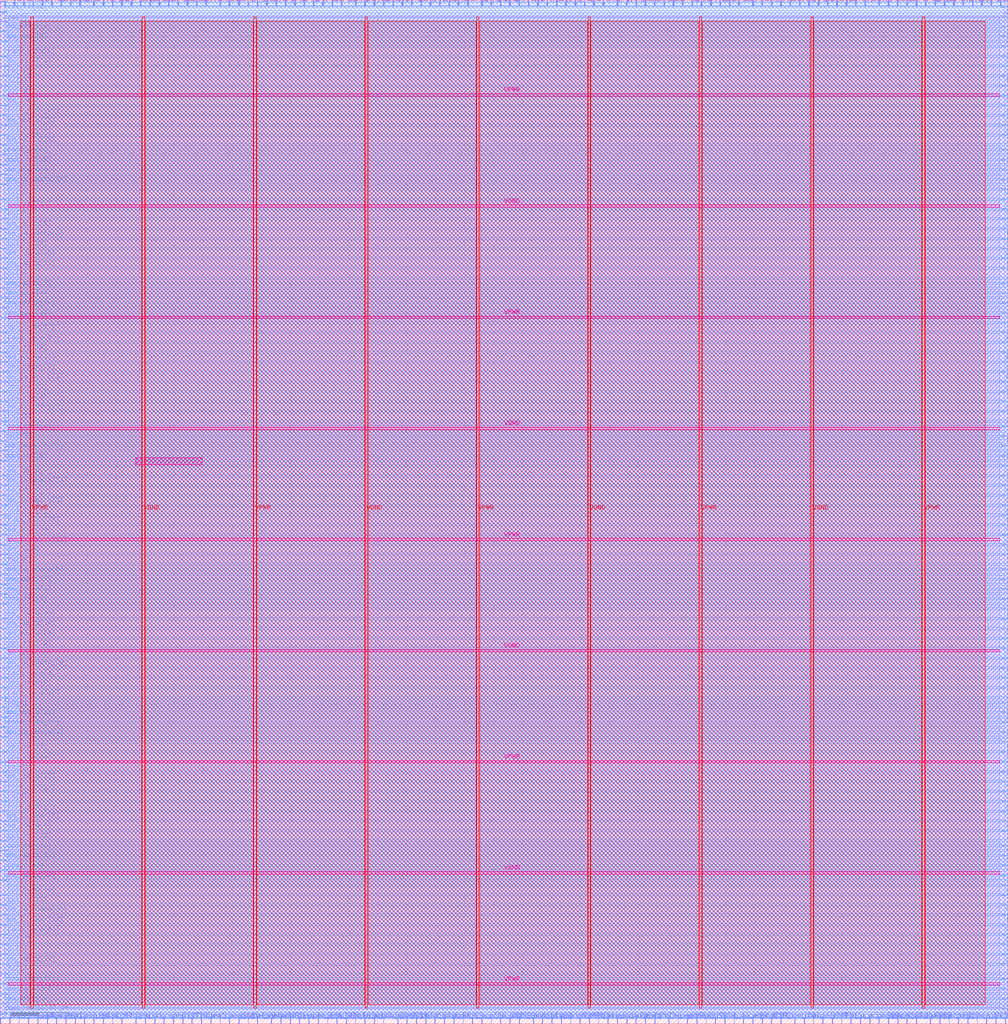
<source format=lef>
VERSION 5.7 ;
  NOWIREEXTENSIONATPIN ON ;
  DIVIDERCHAR "/" ;
  BUSBITCHARS "[]" ;
MACRO picorv32a
  CLASS BLOCK ;
  FOREIGN picorv32a ;
  ORIGIN 0.000 0.000 ;
  SIZE 694.540 BY 705.260 ;
  PIN VGND
    DIRECTION INPUT ;
    USE GROUND ;
    PORT
      LAYER met5 ;
        RECT 5.520 103.080 688.620 104.680 ;
    END
    PORT
      LAYER met5 ;
        RECT 5.520 256.260 688.620 257.860 ;
    END
    PORT
      LAYER met5 ;
        RECT 5.520 409.440 688.620 411.040 ;
    END
    PORT
      LAYER met5 ;
        RECT 5.520 562.620 688.620 564.220 ;
    END
    PORT
      LAYER met4 ;
        RECT 97.840 10.640 99.440 693.840 ;
    END
    PORT
      LAYER met4 ;
        RECT 251.440 10.640 253.040 693.840 ;
    END
    PORT
      LAYER met4 ;
        RECT 405.040 10.640 406.640 693.840 ;
    END
    PORT
      LAYER met4 ;
        RECT 558.640 10.640 560.240 693.840 ;
    END
  END VGND
  PIN VPWR
    DIRECTION INPUT ;
    USE POWER ;
    PORT
      LAYER met5 ;
        RECT 5.520 26.490 688.620 28.090 ;
    END
    PORT
      LAYER met5 ;
        RECT 5.520 179.670 688.620 181.270 ;
    END
    PORT
      LAYER met5 ;
        RECT 5.520 332.850 688.620 334.450 ;
    END
    PORT
      LAYER met5 ;
        RECT 5.520 486.030 688.620 487.630 ;
    END
    PORT
      LAYER met5 ;
        RECT 5.520 639.210 688.620 640.810 ;
    END
    PORT
      LAYER met4 ;
        RECT 21.040 10.640 22.640 693.840 ;
    END
    PORT
      LAYER met4 ;
        RECT 174.640 10.640 176.240 693.840 ;
    END
    PORT
      LAYER met4 ;
        RECT 328.240 10.640 329.840 693.840 ;
    END
    PORT
      LAYER met4 ;
        RECT 481.840 10.640 483.440 693.840 ;
    END
    PORT
      LAYER met4 ;
        RECT 635.440 10.640 637.040 693.840 ;
    END
  END VPWR
  PIN clk
    DIRECTION INPUT ;
    USE SIGNAL ;
    PORT
      LAYER met3 ;
        RECT 690.540 680.040 694.540 680.640 ;
    END
  END clk
  PIN eoi[0]
    DIRECTION OUTPUT TRISTATE ;
    USE SIGNAL ;
    PORT
      LAYER met3 ;
        RECT 0.000 690.240 4.000 690.840 ;
    END
  END eoi[0]
  PIN eoi[10]
    DIRECTION OUTPUT TRISTATE ;
    USE SIGNAL ;
    PORT
      LAYER met2 ;
        RECT 186.850 0.000 187.130 4.000 ;
    END
  END eoi[10]
  PIN eoi[11]
    DIRECTION OUTPUT TRISTATE ;
    USE SIGNAL ;
    PORT
      LAYER met3 ;
        RECT 690.540 47.640 694.540 48.240 ;
    END
  END eoi[11]
  PIN eoi[12]
    DIRECTION OUTPUT TRISTATE ;
    USE SIGNAL ;
    PORT
      LAYER met3 ;
        RECT 690.540 442.040 694.540 442.640 ;
    END
  END eoi[12]
  PIN eoi[13]
    DIRECTION OUTPUT TRISTATE ;
    USE SIGNAL ;
    PORT
      LAYER met2 ;
        RECT 595.790 701.260 596.070 705.260 ;
    END
  END eoi[13]
  PIN eoi[14]
    DIRECTION OUTPUT TRISTATE ;
    USE SIGNAL ;
    PORT
      LAYER met3 ;
        RECT 690.540 370.640 694.540 371.240 ;
    END
  END eoi[14]
  PIN eoi[15]
    DIRECTION OUTPUT TRISTATE ;
    USE SIGNAL ;
    PORT
      LAYER met3 ;
        RECT 690.540 115.640 694.540 116.240 ;
    END
  END eoi[15]
  PIN eoi[16]
    DIRECTION OUTPUT TRISTATE ;
    USE SIGNAL ;
    PORT
      LAYER met3 ;
        RECT 0.000 639.240 4.000 639.840 ;
    END
  END eoi[16]
  PIN eoi[17]
    DIRECTION OUTPUT TRISTATE ;
    USE SIGNAL ;
    PORT
      LAYER met3 ;
        RECT 0.000 567.840 4.000 568.440 ;
    END
  END eoi[17]
  PIN eoi[18]
    DIRECTION OUTPUT TRISTATE ;
    USE SIGNAL ;
    PORT
      LAYER met3 ;
        RECT 690.540 88.440 694.540 89.040 ;
    END
  END eoi[18]
  PIN eoi[19]
    DIRECTION OUTPUT TRISTATE ;
    USE SIGNAL ;
    PORT
      LAYER met2 ;
        RECT 524.950 0.000 525.230 4.000 ;
    END
  END eoi[19]
  PIN eoi[1]
    DIRECTION OUTPUT TRISTATE ;
    USE SIGNAL ;
    PORT
      LAYER met3 ;
        RECT 0.000 34.040 4.000 34.640 ;
    END
  END eoi[1]
  PIN eoi[20]
    DIRECTION OUTPUT TRISTATE ;
    USE SIGNAL ;
    PORT
      LAYER met3 ;
        RECT 690.540 323.040 694.540 323.640 ;
    END
  END eoi[20]
  PIN eoi[21]
    DIRECTION OUTPUT TRISTATE ;
    USE SIGNAL ;
    PORT
      LAYER met2 ;
        RECT 692.390 0.000 692.670 4.000 ;
    END
  END eoi[21]
  PIN eoi[22]
    DIRECTION OUTPUT TRISTATE ;
    USE SIGNAL ;
    PORT
      LAYER met3 ;
        RECT 0.000 646.040 4.000 646.640 ;
    END
  END eoi[22]
  PIN eoi[23]
    DIRECTION OUTPUT TRISTATE ;
    USE SIGNAL ;
    PORT
      LAYER met3 ;
        RECT 690.540 132.640 694.540 133.240 ;
    END
  END eoi[23]
  PIN eoi[24]
    DIRECTION OUTPUT TRISTATE ;
    USE SIGNAL ;
    PORT
      LAYER met2 ;
        RECT 77.370 0.000 77.650 4.000 ;
    END
  END eoi[24]
  PIN eoi[25]
    DIRECTION OUTPUT TRISTATE ;
    USE SIGNAL ;
    PORT
      LAYER met3 ;
        RECT 0.000 401.240 4.000 401.840 ;
    END
  END eoi[25]
  PIN eoi[26]
    DIRECTION OUTPUT TRISTATE ;
    USE SIGNAL ;
    PORT
      LAYER met2 ;
        RECT 289.890 701.260 290.170 705.260 ;
    END
  END eoi[26]
  PIN eoi[27]
    DIRECTION OUTPUT TRISTATE ;
    USE SIGNAL ;
    PORT
      LAYER met3 ;
        RECT 0.000 54.440 4.000 55.040 ;
    END
  END eoi[27]
  PIN eoi[28]
    DIRECTION OUTPUT TRISTATE ;
    USE SIGNAL ;
    PORT
      LAYER met3 ;
        RECT 690.540 95.240 694.540 95.840 ;
    END
  END eoi[28]
  PIN eoi[29]
    DIRECTION OUTPUT TRISTATE ;
    USE SIGNAL ;
    PORT
      LAYER met3 ;
        RECT 690.540 214.240 694.540 214.840 ;
    END
  END eoi[29]
  PIN eoi[2]
    DIRECTION OUTPUT TRISTATE ;
    USE SIGNAL ;
    PORT
      LAYER met3 ;
        RECT 690.540 533.840 694.540 534.440 ;
    END
  END eoi[2]
  PIN eoi[30]
    DIRECTION OUTPUT TRISTATE ;
    USE SIGNAL ;
    PORT
      LAYER met2 ;
        RECT 573.250 0.000 573.530 4.000 ;
    END
  END eoi[30]
  PIN eoi[31]
    DIRECTION OUTPUT TRISTATE ;
    USE SIGNAL ;
    PORT
      LAYER met3 ;
        RECT 690.540 363.840 694.540 364.440 ;
    END
  END eoi[31]
  PIN eoi[3]
    DIRECTION OUTPUT TRISTATE ;
    USE SIGNAL ;
    PORT
      LAYER met2 ;
        RECT 209.390 701.260 209.670 705.260 ;
    END
  END eoi[3]
  PIN eoi[4]
    DIRECTION OUTPUT TRISTATE ;
    USE SIGNAL ;
    PORT
      LAYER met2 ;
        RECT 566.810 0.000 567.090 4.000 ;
    END
  END eoi[4]
  PIN eoi[5]
    DIRECTION OUTPUT TRISTATE ;
    USE SIGNAL ;
    PORT
      LAYER met3 ;
        RECT 0.000 47.640 4.000 48.240 ;
    END
  END eoi[5]
  PIN eoi[6]
    DIRECTION OUTPUT TRISTATE ;
    USE SIGNAL ;
    PORT
      LAYER met2 ;
        RECT 547.490 0.000 547.770 4.000 ;
    END
  END eoi[6]
  PIN eoi[7]
    DIRECTION OUTPUT TRISTATE ;
    USE SIGNAL ;
    PORT
      LAYER met3 ;
        RECT 0.000 513.440 4.000 514.040 ;
    END
  END eoi[7]
  PIN eoi[8]
    DIRECTION OUTPUT TRISTATE ;
    USE SIGNAL ;
    PORT
      LAYER met2 ;
        RECT 508.850 701.260 509.130 705.260 ;
    END
  END eoi[8]
  PIN eoi[9]
    DIRECTION OUTPUT TRISTATE ;
    USE SIGNAL ;
    PORT
      LAYER met2 ;
        RECT 383.270 701.260 383.550 705.260 ;
    END
  END eoi[9]
  PIN irq[0]
    DIRECTION INPUT ;
    USE SIGNAL ;
    PORT
      LAYER met3 ;
        RECT 690.540 278.840 694.540 279.440 ;
    END
  END irq[0]
  PIN irq[10]
    DIRECTION INPUT ;
    USE SIGNAL ;
    PORT
      LAYER met2 ;
        RECT 125.670 0.000 125.950 4.000 ;
    END
  END irq[10]
  PIN irq[11]
    DIRECTION INPUT ;
    USE SIGNAL ;
    PORT
      LAYER met2 ;
        RECT 312.430 0.000 312.710 4.000 ;
    END
  END irq[11]
  PIN irq[12]
    DIRECTION INPUT ;
    USE SIGNAL ;
    PORT
      LAYER met2 ;
        RECT 425.130 701.260 425.410 705.260 ;
    END
  END irq[12]
  PIN irq[13]
    DIRECTION INPUT ;
    USE SIGNAL ;
    PORT
      LAYER met2 ;
        RECT 669.850 701.260 670.130 705.260 ;
    END
  END irq[13]
  PIN irq[14]
    DIRECTION INPUT ;
    USE SIGNAL ;
    PORT
      LAYER met3 ;
        RECT 0.000 316.240 4.000 316.840 ;
    END
  END irq[14]
  PIN irq[15]
    DIRECTION INPUT ;
    USE SIGNAL ;
    PORT
      LAYER met3 ;
        RECT 0.000 554.240 4.000 554.840 ;
    END
  END irq[15]
  PIN irq[16]
    DIRECTION INPUT ;
    USE SIGNAL ;
    PORT
      LAYER met2 ;
        RECT 689.170 701.260 689.450 705.260 ;
    END
  END irq[16]
  PIN irq[17]
    DIRECTION INPUT ;
    USE SIGNAL ;
    PORT
      LAYER met2 ;
        RECT 389.710 701.260 389.990 705.260 ;
    END
  END irq[17]
  PIN irq[18]
    DIRECTION INPUT ;
    USE SIGNAL ;
    PORT
      LAYER met2 ;
        RECT 524.950 701.260 525.230 705.260 ;
    END
  END irq[18]
  PIN irq[19]
    DIRECTION INPUT ;
    USE SIGNAL ;
    PORT
      LAYER met3 ;
        RECT 0.000 652.840 4.000 653.440 ;
    END
  END irq[19]
  PIN irq[1]
    DIRECTION INPUT ;
    USE SIGNAL ;
    PORT
      LAYER met2 ;
        RECT 466.990 0.000 467.270 4.000 ;
    END
  END irq[1]
  PIN irq[20]
    DIRECTION INPUT ;
    USE SIGNAL ;
    PORT
      LAYER met3 ;
        RECT 0.000 703.840 4.000 704.440 ;
    END
  END irq[20]
  PIN irq[21]
    DIRECTION INPUT ;
    USE SIGNAL ;
    PORT
      LAYER met3 ;
        RECT 690.540 428.440 694.540 429.040 ;
    END
  END irq[21]
  PIN irq[22]
    DIRECTION INPUT ;
    USE SIGNAL ;
    PORT
      LAYER met2 ;
        RECT 231.930 0.000 232.210 4.000 ;
    END
  END irq[22]
  PIN irq[23]
    DIRECTION INPUT ;
    USE SIGNAL ;
    PORT
      LAYER met3 ;
        RECT 0.000 414.840 4.000 415.440 ;
    END
  END irq[23]
  PIN irq[24]
    DIRECTION INPUT ;
    USE SIGNAL ;
    PORT
      LAYER met3 ;
        RECT 690.540 700.440 694.540 701.040 ;
    END
  END irq[24]
  PIN irq[25]
    DIRECTION INPUT ;
    USE SIGNAL ;
    PORT
      LAYER met2 ;
        RECT 170.750 701.260 171.030 705.260 ;
    END
  END irq[25]
  PIN irq[26]
    DIRECTION INPUT ;
    USE SIGNAL ;
    PORT
      LAYER met2 ;
        RECT 286.670 0.000 286.950 4.000 ;
    END
  END irq[26]
  PIN irq[27]
    DIRECTION INPUT ;
    USE SIGNAL ;
    PORT
      LAYER met2 ;
        RECT 351.070 701.260 351.350 705.260 ;
    END
  END irq[27]
  PIN irq[28]
    DIRECTION INPUT ;
    USE SIGNAL ;
    PORT
      LAYER met3 ;
        RECT 690.540 666.440 694.540 667.040 ;
    END
  END irq[28]
  PIN irq[29]
    DIRECTION INPUT ;
    USE SIGNAL ;
    PORT
      LAYER met3 ;
        RECT 690.540 81.640 694.540 82.240 ;
    END
  END irq[29]
  PIN irq[2]
    DIRECTION INPUT ;
    USE SIGNAL ;
    PORT
      LAYER met3 ;
        RECT 0.000 217.640 4.000 218.240 ;
    END
  END irq[2]
  PIN irq[30]
    DIRECTION INPUT ;
    USE SIGNAL ;
    PORT
      LAYER met2 ;
        RECT 399.370 0.000 399.650 4.000 ;
    END
  END irq[30]
  PIN irq[31]
    DIRECTION INPUT ;
    USE SIGNAL ;
    PORT
      LAYER met2 ;
        RECT 164.310 701.260 164.590 705.260 ;
    END
  END irq[31]
  PIN irq[3]
    DIRECTION INPUT ;
    USE SIGNAL ;
    PORT
      LAYER met2 ;
        RECT 64.490 0.000 64.770 4.000 ;
    END
  END irq[3]
  PIN irq[4]
    DIRECTION INPUT ;
    USE SIGNAL ;
    PORT
      LAYER met2 ;
        RECT 135.330 701.260 135.610 705.260 ;
    END
  END irq[4]
  PIN irq[5]
    DIRECTION INPUT ;
    USE SIGNAL ;
    PORT
      LAYER met3 ;
        RECT 690.540 625.640 694.540 626.240 ;
    END
  END irq[5]
  PIN irq[6]
    DIRECTION INPUT ;
    USE SIGNAL ;
    PORT
      LAYER met3 ;
        RECT 0.000 153.040 4.000 153.640 ;
    END
  END irq[6]
  PIN irq[7]
    DIRECTION INPUT ;
    USE SIGNAL ;
    PORT
      LAYER met2 ;
        RECT 16.190 701.260 16.470 705.260 ;
    END
  END irq[7]
  PIN irq[8]
    DIRECTION INPUT ;
    USE SIGNAL ;
    PORT
      LAYER met2 ;
        RECT 486.310 0.000 486.590 4.000 ;
    END
  END irq[8]
  PIN irq[9]
    DIRECTION INPUT ;
    USE SIGNAL ;
    PORT
      LAYER met3 ;
        RECT 0.000 173.440 4.000 174.040 ;
    END
  END irq[9]
  PIN mem_addr[0]
    DIRECTION OUTPUT TRISTATE ;
    USE SIGNAL ;
    PORT
      LAYER met3 ;
        RECT 690.540 17.040 694.540 17.640 ;
    END
  END mem_addr[0]
  PIN mem_addr[10]
    DIRECTION OUTPUT TRISTATE ;
    USE SIGNAL ;
    PORT
      LAYER met3 ;
        RECT 690.540 336.640 694.540 337.240 ;
    END
  END mem_addr[10]
  PIN mem_addr[11]
    DIRECTION OUTPUT TRISTATE ;
    USE SIGNAL ;
    PORT
      LAYER met3 ;
        RECT 690.540 601.840 694.540 602.440 ;
    END
  END mem_addr[11]
  PIN mem_addr[12]
    DIRECTION OUTPUT TRISTATE ;
    USE SIGNAL ;
    PORT
      LAYER met3 ;
        RECT 690.540 74.840 694.540 75.440 ;
    END
  END mem_addr[12]
  PIN mem_addr[13]
    DIRECTION OUTPUT TRISTATE ;
    USE SIGNAL ;
    PORT
      LAYER met2 ;
        RECT 402.590 701.260 402.870 705.260 ;
    END
  END mem_addr[13]
  PIN mem_addr[14]
    DIRECTION OUTPUT TRISTATE ;
    USE SIGNAL ;
    PORT
      LAYER met2 ;
        RECT 576.470 701.260 576.750 705.260 ;
    END
  END mem_addr[14]
  PIN mem_addr[15]
    DIRECTION OUTPUT TRISTATE ;
    USE SIGNAL ;
    PORT
      LAYER met2 ;
        RECT 405.810 0.000 406.090 4.000 ;
    END
  END mem_addr[15]
  PIN mem_addr[16]
    DIRECTION OUTPUT TRISTATE ;
    USE SIGNAL ;
    PORT
      LAYER met3 ;
        RECT 0.000 251.640 4.000 252.240 ;
    END
  END mem_addr[16]
  PIN mem_addr[17]
    DIRECTION OUTPUT TRISTATE ;
    USE SIGNAL ;
    PORT
      LAYER met3 ;
        RECT 0.000 302.640 4.000 303.240 ;
    END
  END mem_addr[17]
  PIN mem_addr[18]
    DIRECTION OUTPUT TRISTATE ;
    USE SIGNAL ;
    PORT
      LAYER met2 ;
        RECT 109.570 701.260 109.850 705.260 ;
    END
  END mem_addr[18]
  PIN mem_addr[19]
    DIRECTION OUTPUT TRISTATE ;
    USE SIGNAL ;
    PORT
      LAYER met3 ;
        RECT 690.540 272.040 694.540 272.640 ;
    END
  END mem_addr[19]
  PIN mem_addr[1]
    DIRECTION OUTPUT TRISTATE ;
    USE SIGNAL ;
    PORT
      LAYER met2 ;
        RECT 157.870 0.000 158.150 4.000 ;
    END
  END mem_addr[1]
  PIN mem_addr[20]
    DIRECTION OUTPUT TRISTATE ;
    USE SIGNAL ;
    PORT
      LAYER met3 ;
        RECT 0.000 13.640 4.000 14.240 ;
    END
  END mem_addr[20]
  PIN mem_addr[21]
    DIRECTION OUTPUT TRISTATE ;
    USE SIGNAL ;
    PORT
      LAYER met2 ;
        RECT 640.870 0.000 641.150 4.000 ;
    END
  END mem_addr[21]
  PIN mem_addr[22]
    DIRECTION OUTPUT TRISTATE ;
    USE SIGNAL ;
    PORT
      LAYER met2 ;
        RECT 418.690 0.000 418.970 4.000 ;
    END
  END mem_addr[22]
  PIN mem_addr[23]
    DIRECTION OUTPUT TRISTATE ;
    USE SIGNAL ;
    PORT
      LAYER met2 ;
        RECT 631.210 0.000 631.490 4.000 ;
    END
  END mem_addr[23]
  PIN mem_addr[24]
    DIRECTION OUTPUT TRISTATE ;
    USE SIGNAL ;
    PORT
      LAYER met2 ;
        RECT 376.830 701.260 377.110 705.260 ;
    END
  END mem_addr[24]
  PIN mem_addr[25]
    DIRECTION OUTPUT TRISTATE ;
    USE SIGNAL ;
    PORT
      LAYER met3 ;
        RECT 690.540 238.040 694.540 238.640 ;
    END
  END mem_addr[25]
  PIN mem_addr[26]
    DIRECTION OUTPUT TRISTATE ;
    USE SIGNAL ;
    PORT
      LAYER met3 ;
        RECT 690.540 173.440 694.540 174.040 ;
    END
  END mem_addr[26]
  PIN mem_addr[27]
    DIRECTION OUTPUT TRISTATE ;
    USE SIGNAL ;
    PORT
      LAYER met3 ;
        RECT 0.000 486.240 4.000 486.840 ;
    END
  END mem_addr[27]
  PIN mem_addr[28]
    DIRECTION OUTPUT TRISTATE ;
    USE SIGNAL ;
    PORT
      LAYER met3 ;
        RECT 0.000 336.640 4.000 337.240 ;
    END
  END mem_addr[28]
  PIN mem_addr[29]
    DIRECTION OUTPUT TRISTATE ;
    USE SIGNAL ;
    PORT
      LAYER met2 ;
        RECT 177.190 701.260 177.470 705.260 ;
    END
  END mem_addr[29]
  PIN mem_addr[2]
    DIRECTION OUTPUT TRISTATE ;
    USE SIGNAL ;
    PORT
      LAYER met2 ;
        RECT 273.790 0.000 274.070 4.000 ;
    END
  END mem_addr[2]
  PIN mem_addr[30]
    DIRECTION OUTPUT TRISTATE ;
    USE SIGNAL ;
    PORT
      LAYER met3 ;
        RECT 690.540 292.440 694.540 293.040 ;
    END
  END mem_addr[30]
  PIN mem_addr[31]
    DIRECTION OUTPUT TRISTATE ;
    USE SIGNAL ;
    PORT
      LAYER met3 ;
        RECT 0.000 659.640 4.000 660.240 ;
    END
  END mem_addr[31]
  PIN mem_addr[3]
    DIRECTION OUTPUT TRISTATE ;
    USE SIGNAL ;
    PORT
      LAYER met2 ;
        RECT 438.010 0.000 438.290 4.000 ;
    END
  END mem_addr[3]
  PIN mem_addr[4]
    DIRECTION OUTPUT TRISTATE ;
    USE SIGNAL ;
    PORT
      LAYER met3 ;
        RECT 0.000 499.840 4.000 500.440 ;
    END
  END mem_addr[4]
  PIN mem_addr[5]
    DIRECTION OUTPUT TRISTATE ;
    USE SIGNAL ;
    PORT
      LAYER met2 ;
        RECT 409.030 701.260 409.310 705.260 ;
    END
  END mem_addr[5]
  PIN mem_addr[6]
    DIRECTION OUTPUT TRISTATE ;
    USE SIGNAL ;
    PORT
      LAYER met2 ;
        RECT 35.510 701.260 35.790 705.260 ;
    END
  END mem_addr[6]
  PIN mem_addr[7]
    DIRECTION OUTPUT TRISTATE ;
    USE SIGNAL ;
    PORT
      LAYER met3 ;
        RECT 690.540 639.240 694.540 639.840 ;
    END
  END mem_addr[7]
  PIN mem_addr[8]
    DIRECTION OUTPUT TRISTATE ;
    USE SIGNAL ;
    PORT
      LAYER met2 ;
        RECT 45.170 0.000 45.450 4.000 ;
    END
  END mem_addr[8]
  PIN mem_addr[9]
    DIRECTION OUTPUT TRISTATE ;
    USE SIGNAL ;
    PORT
      LAYER met3 ;
        RECT 0.000 676.640 4.000 677.240 ;
    END
  END mem_addr[9]
  PIN mem_instr
    DIRECTION OUTPUT TRISTATE ;
    USE SIGNAL ;
    PORT
      LAYER met3 ;
        RECT 0.000 632.440 4.000 633.040 ;
    END
  END mem_instr
  PIN mem_la_addr[0]
    DIRECTION OUTPUT TRISTATE ;
    USE SIGNAL ;
    PORT
      LAYER met3 ;
        RECT 0.000 139.440 4.000 140.040 ;
    END
  END mem_la_addr[0]
  PIN mem_la_addr[10]
    DIRECTION OUTPUT TRISTATE ;
    USE SIGNAL ;
    PORT
      LAYER met3 ;
        RECT 690.540 384.240 694.540 384.840 ;
    END
  END mem_la_addr[10]
  PIN mem_la_addr[11]
    DIRECTION OUTPUT TRISTATE ;
    USE SIGNAL ;
    PORT
      LAYER met2 ;
        RECT 3.310 701.260 3.590 705.260 ;
    END
  END mem_la_addr[11]
  PIN mem_la_addr[12]
    DIRECTION OUTPUT TRISTATE ;
    USE SIGNAL ;
    PORT
      LAYER met2 ;
        RECT 235.150 701.260 235.430 705.260 ;
    END
  END mem_la_addr[12]
  PIN mem_la_addr[13]
    DIRECTION OUTPUT TRISTATE ;
    USE SIGNAL ;
    PORT
      LAYER met2 ;
        RECT 331.750 0.000 332.030 4.000 ;
    END
  END mem_la_addr[13]
  PIN mem_la_addr[14]
    DIRECTION OUTPUT TRISTATE ;
    USE SIGNAL ;
    PORT
      LAYER met3 ;
        RECT 0.000 68.040 4.000 68.640 ;
    END
  END mem_la_addr[14]
  PIN mem_la_addr[15]
    DIRECTION OUTPUT TRISTATE ;
    USE SIGNAL ;
    PORT
      LAYER met2 ;
        RECT 444.450 701.260 444.730 705.260 ;
    END
  END mem_la_addr[15]
  PIN mem_la_addr[16]
    DIRECTION OUTPUT TRISTATE ;
    USE SIGNAL ;
    PORT
      LAYER met3 ;
        RECT 690.540 482.840 694.540 483.440 ;
    END
  END mem_la_addr[16]
  PIN mem_la_addr[17]
    DIRECTION OUTPUT TRISTATE ;
    USE SIGNAL ;
    PORT
      LAYER met2 ;
        RECT 9.750 701.260 10.030 705.260 ;
    END
  END mem_la_addr[17]
  PIN mem_la_addr[18]
    DIRECTION OUTPUT TRISTATE ;
    USE SIGNAL ;
    PORT
      LAYER met2 ;
        RECT 450.890 0.000 451.170 4.000 ;
    END
  END mem_la_addr[18]
  PIN mem_la_addr[19]
    DIRECTION OUTPUT TRISTATE ;
    USE SIGNAL ;
    PORT
      LAYER met2 ;
        RECT 660.190 0.000 660.470 4.000 ;
    END
  END mem_la_addr[19]
  PIN mem_la_addr[1]
    DIRECTION OUTPUT TRISTATE ;
    USE SIGNAL ;
    PORT
      LAYER met3 ;
        RECT 690.540 122.440 694.540 123.040 ;
    END
  END mem_la_addr[1]
  PIN mem_la_addr[20]
    DIRECTION OUTPUT TRISTATE ;
    USE SIGNAL ;
    PORT
      LAYER met2 ;
        RECT 22.630 701.260 22.910 705.260 ;
    END
  END mem_la_addr[20]
  PIN mem_la_addr[21]
    DIRECTION OUTPUT TRISTATE ;
    USE SIGNAL ;
    PORT
      LAYER met2 ;
        RECT 302.770 701.260 303.050 705.260 ;
    END
  END mem_la_addr[21]
  PIN mem_la_addr[22]
    DIRECTION OUTPUT TRISTATE ;
    USE SIGNAL ;
    PORT
      LAYER met3 ;
        RECT 0.000 394.440 4.000 395.040 ;
    END
  END mem_la_addr[22]
  PIN mem_la_addr[23]
    DIRECTION OUTPUT TRISTATE ;
    USE SIGNAL ;
    PORT
      LAYER met2 ;
        RECT 141.770 701.260 142.050 705.260 ;
    END
  END mem_la_addr[23]
  PIN mem_la_addr[24]
    DIRECTION OUTPUT TRISTATE ;
    USE SIGNAL ;
    PORT
      LAYER met2 ;
        RECT 96.690 701.260 96.970 705.260 ;
    END
  END mem_la_addr[24]
  PIN mem_la_addr[25]
    DIRECTION OUTPUT TRISTATE ;
    USE SIGNAL ;
    PORT
      LAYER met3 ;
        RECT 690.540 595.040 694.540 595.640 ;
    END
  END mem_la_addr[25]
  PIN mem_la_addr[26]
    DIRECTION OUTPUT TRISTATE ;
    USE SIGNAL ;
    PORT
      LAYER met2 ;
        RECT 90.250 701.260 90.530 705.260 ;
    END
  END mem_la_addr[26]
  PIN mem_la_addr[27]
    DIRECTION OUTPUT TRISTATE ;
    USE SIGNAL ;
    PORT
      LAYER met3 ;
        RECT 690.540 153.040 694.540 153.640 ;
    END
  END mem_la_addr[27]
  PIN mem_la_addr[28]
    DIRECTION OUTPUT TRISTATE ;
    USE SIGNAL ;
    PORT
      LAYER met2 ;
        RECT 41.950 701.260 42.230 705.260 ;
    END
  END mem_la_addr[28]
  PIN mem_la_addr[29]
    DIRECTION OUTPUT TRISTATE ;
    USE SIGNAL ;
    PORT
      LAYER met3 ;
        RECT 690.540 652.840 694.540 653.440 ;
    END
  END mem_la_addr[29]
  PIN mem_la_addr[2]
    DIRECTION OUTPUT TRISTATE ;
    USE SIGNAL ;
    PORT
      LAYER met3 ;
        RECT 690.540 258.440 694.540 259.040 ;
    END
  END mem_la_addr[2]
  PIN mem_la_addr[30]
    DIRECTION OUTPUT TRISTATE ;
    USE SIGNAL ;
    PORT
      LAYER met3 ;
        RECT 0.000 421.640 4.000 422.240 ;
    END
  END mem_la_addr[30]
  PIN mem_la_addr[31]
    DIRECTION OUTPUT TRISTATE ;
    USE SIGNAL ;
    PORT
      LAYER met2 ;
        RECT 244.810 0.000 245.090 4.000 ;
    END
  END mem_la_addr[31]
  PIN mem_la_addr[3]
    DIRECTION OUTPUT TRISTATE ;
    USE SIGNAL ;
    PORT
      LAYER met3 ;
        RECT 0.000 20.440 4.000 21.040 ;
    END
  END mem_la_addr[3]
  PIN mem_la_addr[4]
    DIRECTION OUTPUT TRISTATE ;
    USE SIGNAL ;
    PORT
      LAYER met3 ;
        RECT 690.540 567.840 694.540 568.440 ;
    END
  END mem_la_addr[4]
  PIN mem_la_addr[5]
    DIRECTION OUTPUT TRISTATE ;
    USE SIGNAL ;
    PORT
      LAYER met2 ;
        RECT 579.690 0.000 579.970 4.000 ;
    END
  END mem_la_addr[5]
  PIN mem_la_addr[6]
    DIRECTION OUTPUT TRISTATE ;
    USE SIGNAL ;
    PORT
      LAYER met3 ;
        RECT 690.540 581.440 694.540 582.040 ;
    END
  END mem_la_addr[6]
  PIN mem_la_addr[7]
    DIRECTION OUTPUT TRISTATE ;
    USE SIGNAL ;
    PORT
      LAYER met2 ;
        RECT 206.170 0.000 206.450 4.000 ;
    END
  END mem_la_addr[7]
  PIN mem_la_addr[8]
    DIRECTION OUTPUT TRISTATE ;
    USE SIGNAL ;
    PORT
      LAYER met3 ;
        RECT 690.540 139.440 694.540 140.040 ;
    END
  END mem_la_addr[8]
  PIN mem_la_addr[9]
    DIRECTION OUTPUT TRISTATE ;
    USE SIGNAL ;
    PORT
      LAYER met2 ;
        RECT 219.050 0.000 219.330 4.000 ;
    END
  END mem_la_addr[9]
  PIN mem_la_read
    DIRECTION OUTPUT TRISTATE ;
    USE SIGNAL ;
    PORT
      LAYER met3 ;
        RECT 690.540 159.840 694.540 160.440 ;
    END
  END mem_la_read
  PIN mem_la_wdata[0]
    DIRECTION OUTPUT TRISTATE ;
    USE SIGNAL ;
    PORT
      LAYER met2 ;
        RECT 611.890 701.260 612.170 705.260 ;
    END
  END mem_la_wdata[0]
  PIN mem_la_wdata[10]
    DIRECTION OUTPUT TRISTATE ;
    USE SIGNAL ;
    PORT
      LAYER met3 ;
        RECT 690.540 503.240 694.540 503.840 ;
    END
  END mem_la_wdata[10]
  PIN mem_la_wdata[11]
    DIRECTION OUTPUT TRISTATE ;
    USE SIGNAL ;
    PORT
      LAYER met2 ;
        RECT 338.190 701.260 338.470 705.260 ;
    END
  END mem_la_wdata[11]
  PIN mem_la_wdata[12]
    DIRECTION OUTPUT TRISTATE ;
    USE SIGNAL ;
    PORT
      LAYER met2 ;
        RECT 122.450 701.260 122.730 705.260 ;
    END
  END mem_la_wdata[12]
  PIN mem_la_wdata[13]
    DIRECTION OUTPUT TRISTATE ;
    USE SIGNAL ;
    PORT
      LAYER met2 ;
        RECT 499.190 0.000 499.470 4.000 ;
    END
  END mem_la_wdata[13]
  PIN mem_la_wdata[14]
    DIRECTION OUTPUT TRISTATE ;
    USE SIGNAL ;
    PORT
      LAYER met3 ;
        RECT 0.000 578.040 4.000 578.640 ;
    END
  END mem_la_wdata[14]
  PIN mem_la_wdata[15]
    DIRECTION OUTPUT TRISTATE ;
    USE SIGNAL ;
    PORT
      LAYER met2 ;
        RECT 270.570 701.260 270.850 705.260 ;
    END
  END mem_la_wdata[15]
  PIN mem_la_wdata[16]
    DIRECTION OUTPUT TRISTATE ;
    USE SIGNAL ;
    PORT
      LAYER met2 ;
        RECT 570.030 701.260 570.310 705.260 ;
    END
  END mem_la_wdata[16]
  PIN mem_la_wdata[17]
    DIRECTION OUTPUT TRISTATE ;
    USE SIGNAL ;
    PORT
      LAYER met2 ;
        RECT 637.650 701.260 637.930 705.260 ;
    END
  END mem_la_wdata[17]
  PIN mem_la_wdata[18]
    DIRECTION OUTPUT TRISTATE ;
    USE SIGNAL ;
    PORT
      LAYER met3 ;
        RECT 0.000 329.840 4.000 330.440 ;
    END
  END mem_la_wdata[18]
  PIN mem_la_wdata[19]
    DIRECTION OUTPUT TRISTATE ;
    USE SIGNAL ;
    PORT
      LAYER met2 ;
        RECT 225.490 0.000 225.770 4.000 ;
    END
  END mem_la_wdata[19]
  PIN mem_la_wdata[1]
    DIRECTION OUTPUT TRISTATE ;
    USE SIGNAL ;
    PORT
      LAYER met2 ;
        RECT 318.870 0.000 319.150 4.000 ;
    END
  END mem_la_wdata[1]
  PIN mem_la_wdata[20]
    DIRECTION OUTPUT TRISTATE ;
    USE SIGNAL ;
    PORT
      LAYER met3 ;
        RECT 690.540 496.440 694.540 497.040 ;
    END
  END mem_la_wdata[20]
  PIN mem_la_wdata[21]
    DIRECTION OUTPUT TRISTATE ;
    USE SIGNAL ;
    PORT
      LAYER met3 ;
        RECT 690.540 404.640 694.540 405.240 ;
    END
  END mem_la_wdata[21]
  PIN mem_la_wdata[22]
    DIRECTION OUTPUT TRISTATE ;
    USE SIGNAL ;
    PORT
      LAYER met2 ;
        RECT 673.070 0.000 673.350 4.000 ;
    END
  END mem_la_wdata[22]
  PIN mem_la_wdata[23]
    DIRECTION OUTPUT TRISTATE ;
    USE SIGNAL ;
    PORT
      LAYER met3 ;
        RECT 690.540 489.640 694.540 490.240 ;
    END
  END mem_la_wdata[23]
  PIN mem_la_wdata[24]
    DIRECTION OUTPUT TRISTATE ;
    USE SIGNAL ;
    PORT
      LAYER met3 ;
        RECT 0.000 370.640 4.000 371.240 ;
    END
  END mem_la_wdata[24]
  PIN mem_la_wdata[25]
    DIRECTION OUTPUT TRISTATE ;
    USE SIGNAL ;
    PORT
      LAYER met3 ;
        RECT 0.000 74.840 4.000 75.440 ;
    END
  END mem_la_wdata[25]
  PIN mem_la_wdata[26]
    DIRECTION OUTPUT TRISTATE ;
    USE SIGNAL ;
    PORT
      LAYER met3 ;
        RECT 0.000 244.840 4.000 245.440 ;
    END
  END mem_la_wdata[26]
  PIN mem_la_wdata[27]
    DIRECTION OUTPUT TRISTATE ;
    USE SIGNAL ;
    PORT
      LAYER met2 ;
        RECT 470.210 701.260 470.490 705.260 ;
    END
  END mem_la_wdata[27]
  PIN mem_la_wdata[28]
    DIRECTION OUTPUT TRISTATE ;
    USE SIGNAL ;
    PORT
      LAYER met2 ;
        RECT 164.310 0.000 164.590 4.000 ;
    END
  END mem_la_wdata[28]
  PIN mem_la_wdata[29]
    DIRECTION OUTPUT TRISTATE ;
    USE SIGNAL ;
    PORT
      LAYER met2 ;
        RECT 296.330 701.260 296.610 705.260 ;
    END
  END mem_la_wdata[29]
  PIN mem_la_wdata[2]
    DIRECTION OUTPUT TRISTATE ;
    USE SIGNAL ;
    PORT
      LAYER met2 ;
        RECT 305.990 0.000 306.270 4.000 ;
    END
  END mem_la_wdata[2]
  PIN mem_la_wdata[30]
    DIRECTION OUTPUT TRISTATE ;
    USE SIGNAL ;
    PORT
      LAYER met3 ;
        RECT 690.540 200.640 694.540 201.240 ;
    END
  END mem_la_wdata[30]
  PIN mem_la_wdata[31]
    DIRECTION OUTPUT TRISTATE ;
    USE SIGNAL ;
    PORT
      LAYER met2 ;
        RECT 48.390 701.260 48.670 705.260 ;
    END
  END mem_la_wdata[31]
  PIN mem_la_wdata[3]
    DIRECTION OUTPUT TRISTATE ;
    USE SIGNAL ;
    PORT
      LAYER met3 ;
        RECT 690.540 166.640 694.540 167.240 ;
    END
  END mem_la_wdata[3]
  PIN mem_la_wdata[4]
    DIRECTION OUTPUT TRISTATE ;
    USE SIGNAL ;
    PORT
      LAYER met3 ;
        RECT 0.000 197.240 4.000 197.840 ;
    END
  END mem_la_wdata[4]
  PIN mem_la_wdata[5]
    DIRECTION OUTPUT TRISTATE ;
    USE SIGNAL ;
    PORT
      LAYER met2 ;
        RECT 444.450 0.000 444.730 4.000 ;
    END
  END mem_la_wdata[5]
  PIN mem_la_wdata[6]
    DIRECTION OUTPUT TRISTATE ;
    USE SIGNAL ;
    PORT
      LAYER met3 ;
        RECT 690.540 686.840 694.540 687.440 ;
    END
  END mem_la_wdata[6]
  PIN mem_la_wdata[7]
    DIRECTION OUTPUT TRISTATE ;
    USE SIGNAL ;
    PORT
      LAYER met2 ;
        RECT 238.370 0.000 238.650 4.000 ;
    END
  END mem_la_wdata[7]
  PIN mem_la_wdata[8]
    DIRECTION OUTPUT TRISTATE ;
    USE SIGNAL ;
    PORT
      LAYER met3 ;
        RECT 690.540 618.840 694.540 619.440 ;
    END
  END mem_la_wdata[8]
  PIN mem_la_wdata[9]
    DIRECTION OUTPUT TRISTATE ;
    USE SIGNAL ;
    PORT
      LAYER met3 ;
        RECT 0.000 309.440 4.000 310.040 ;
    END
  END mem_la_wdata[9]
  PIN mem_la_write
    DIRECTION OUTPUT TRISTATE ;
    USE SIGNAL ;
    PORT
      LAYER met3 ;
        RECT 690.540 306.040 694.540 306.640 ;
    END
  END mem_la_write
  PIN mem_la_wstrb[0]
    DIRECTION OUTPUT TRISTATE ;
    USE SIGNAL ;
    PORT
      LAYER met3 ;
        RECT 0.000 540.640 4.000 541.240 ;
    END
  END mem_la_wstrb[0]
  PIN mem_la_wstrb[1]
    DIRECTION OUTPUT TRISTATE ;
    USE SIGNAL ;
    PORT
      LAYER met3 ;
        RECT 0.000 442.040 4.000 442.640 ;
    END
  END mem_la_wstrb[1]
  PIN mem_la_wstrb[2]
    DIRECTION OUTPUT TRISTATE ;
    USE SIGNAL ;
    PORT
      LAYER met2 ;
        RECT 495.970 701.260 496.250 705.260 ;
    END
  END mem_la_wstrb[2]
  PIN mem_la_wstrb[3]
    DIRECTION OUTPUT TRISTATE ;
    USE SIGNAL ;
    PORT
      LAYER met3 ;
        RECT 0.000 357.040 4.000 357.640 ;
    END
  END mem_la_wstrb[3]
  PIN mem_rdata[0]
    DIRECTION INPUT ;
    USE SIGNAL ;
    PORT
      LAYER met3 ;
        RECT 0.000 377.440 4.000 378.040 ;
    END
  END mem_rdata[0]
  PIN mem_rdata[10]
    DIRECTION INPUT ;
    USE SIGNAL ;
    PORT
      LAYER met2 ;
        RECT 367.170 0.000 367.450 4.000 ;
    END
  END mem_rdata[10]
  PIN mem_rdata[11]
    DIRECTION INPUT ;
    USE SIGNAL ;
    PORT
      LAYER met2 ;
        RECT 611.890 0.000 612.170 4.000 ;
    END
  END mem_rdata[11]
  PIN mem_rdata[12]
    DIRECTION INPUT ;
    USE SIGNAL ;
    PORT
      LAYER met3 ;
        RECT 0.000 166.640 4.000 167.240 ;
    END
  END mem_rdata[12]
  PIN mem_rdata[13]
    DIRECTION INPUT ;
    USE SIGNAL ;
    PORT
      LAYER met2 ;
        RECT 157.870 701.260 158.150 705.260 ;
    END
  END mem_rdata[13]
  PIN mem_rdata[14]
    DIRECTION INPUT ;
    USE SIGNAL ;
    PORT
      LAYER met2 ;
        RECT 479.870 0.000 480.150 4.000 ;
    END
  END mem_rdata[14]
  PIN mem_rdata[15]
    DIRECTION INPUT ;
    USE SIGNAL ;
    PORT
      LAYER met3 ;
        RECT 0.000 527.040 4.000 527.640 ;
    END
  END mem_rdata[15]
  PIN mem_rdata[16]
    DIRECTION INPUT ;
    USE SIGNAL ;
    PORT
      LAYER met2 ;
        RECT 251.250 0.000 251.530 4.000 ;
    END
  END mem_rdata[16]
  PIN mem_rdata[17]
    DIRECTION INPUT ;
    USE SIGNAL ;
    PORT
      LAYER met3 ;
        RECT 690.540 265.240 694.540 265.840 ;
    END
  END mem_rdata[17]
  PIN mem_rdata[18]
    DIRECTION INPUT ;
    USE SIGNAL ;
    PORT
      LAYER met2 ;
        RECT 128.890 701.260 129.170 705.260 ;
    END
  END mem_rdata[18]
  PIN mem_rdata[19]
    DIRECTION INPUT ;
    USE SIGNAL ;
    PORT
      LAYER met2 ;
        RECT 357.510 701.260 357.790 705.260 ;
    END
  END mem_rdata[19]
  PIN mem_rdata[1]
    DIRECTION INPUT ;
    USE SIGNAL ;
    PORT
      LAYER met2 ;
        RECT 363.950 701.260 364.230 705.260 ;
    END
  END mem_rdata[1]
  PIN mem_rdata[20]
    DIRECTION INPUT ;
    USE SIGNAL ;
    PORT
      LAYER met3 ;
        RECT 690.540 554.240 694.540 554.840 ;
    END
  END mem_rdata[20]
  PIN mem_rdata[21]
    DIRECTION INPUT ;
    USE SIGNAL ;
    PORT
      LAYER met2 ;
        RECT 283.450 701.260 283.730 705.260 ;
    END
  END mem_rdata[21]
  PIN mem_rdata[22]
    DIRECTION INPUT ;
    USE SIGNAL ;
    PORT
      LAYER met3 ;
        RECT 0.000 278.840 4.000 279.440 ;
    END
  END mem_rdata[22]
  PIN mem_rdata[23]
    DIRECTION INPUT ;
    USE SIGNAL ;
    PORT
      LAYER met2 ;
        RECT 344.630 701.260 344.910 705.260 ;
    END
  END mem_rdata[23]
  PIN mem_rdata[24]
    DIRECTION INPUT ;
    USE SIGNAL ;
    PORT
      LAYER met2 ;
        RECT 563.590 701.260 563.870 705.260 ;
    END
  END mem_rdata[24]
  PIN mem_rdata[25]
    DIRECTION INPUT ;
    USE SIGNAL ;
    PORT
      LAYER met3 ;
        RECT 0.000 40.840 4.000 41.440 ;
    END
  END mem_rdata[25]
  PIN mem_rdata[26]
    DIRECTION INPUT ;
    USE SIGNAL ;
    PORT
      LAYER met2 ;
        RECT 199.730 0.000 200.010 4.000 ;
    END
  END mem_rdata[26]
  PIN mem_rdata[27]
    DIRECTION INPUT ;
    USE SIGNAL ;
    PORT
      LAYER met2 ;
        RECT 518.510 701.260 518.790 705.260 ;
    END
  END mem_rdata[27]
  PIN mem_rdata[28]
    DIRECTION INPUT ;
    USE SIGNAL ;
    PORT
      LAYER met2 ;
        RECT 357.510 0.000 357.790 4.000 ;
    END
  END mem_rdata[28]
  PIN mem_rdata[29]
    DIRECTION INPUT ;
    USE SIGNAL ;
    PORT
      LAYER met2 ;
        RECT 618.330 701.260 618.610 705.260 ;
    END
  END mem_rdata[29]
  PIN mem_rdata[2]
    DIRECTION INPUT ;
    USE SIGNAL ;
    PORT
      LAYER met2 ;
        RECT 93.470 0.000 93.750 4.000 ;
    END
  END mem_rdata[2]
  PIN mem_rdata[30]
    DIRECTION INPUT ;
    USE SIGNAL ;
    PORT
      LAYER met3 ;
        RECT 0.000 98.640 4.000 99.240 ;
    END
  END mem_rdata[30]
  PIN mem_rdata[31]
    DIRECTION INPUT ;
    USE SIGNAL ;
    PORT
      LAYER met2 ;
        RECT 293.110 0.000 293.390 4.000 ;
    END
  END mem_rdata[31]
  PIN mem_rdata[3]
    DIRECTION INPUT ;
    USE SIGNAL ;
    PORT
      LAYER met3 ;
        RECT 0.000 132.640 4.000 133.240 ;
    END
  END mem_rdata[3]
  PIN mem_rdata[4]
    DIRECTION INPUT ;
    USE SIGNAL ;
    PORT
      LAYER met3 ;
        RECT 0.000 295.840 4.000 296.440 ;
    END
  END mem_rdata[4]
  PIN mem_rdata[5]
    DIRECTION INPUT ;
    USE SIGNAL ;
    PORT
      LAYER met2 ;
        RECT 257.690 701.260 257.970 705.260 ;
    END
  END mem_rdata[5]
  PIN mem_rdata[6]
    DIRECTION INPUT ;
    USE SIGNAL ;
    PORT
      LAYER met3 ;
        RECT 0.000 547.440 4.000 548.040 ;
    END
  END mem_rdata[6]
  PIN mem_rdata[7]
    DIRECTION INPUT ;
    USE SIGNAL ;
    PORT
      LAYER met3 ;
        RECT 690.540 102.040 694.540 102.640 ;
    END
  END mem_rdata[7]
  PIN mem_rdata[8]
    DIRECTION INPUT ;
    USE SIGNAL ;
    PORT
      LAYER met2 ;
        RECT 325.310 0.000 325.590 4.000 ;
    END
  END mem_rdata[8]
  PIN mem_rdata[9]
    DIRECTION INPUT ;
    USE SIGNAL ;
    PORT
      LAYER met2 ;
        RECT 396.150 701.260 396.430 705.260 ;
    END
  END mem_rdata[9]
  PIN mem_ready
    DIRECTION INPUT ;
    USE SIGNAL ;
    PORT
      LAYER met3 ;
        RECT 0.000 323.040 4.000 323.640 ;
    END
  END mem_ready
  PIN mem_valid
    DIRECTION OUTPUT TRISTATE ;
    USE SIGNAL ;
    PORT
      LAYER met3 ;
        RECT 690.540 251.640 694.540 252.240 ;
    END
  END mem_valid
  PIN mem_wdata[0]
    DIRECTION OUTPUT TRISTATE ;
    USE SIGNAL ;
    PORT
      LAYER met2 ;
        RECT 685.950 0.000 686.230 4.000 ;
    END
  END mem_wdata[0]
  PIN mem_wdata[10]
    DIRECTION OUTPUT TRISTATE ;
    USE SIGNAL ;
    PORT
      LAYER met2 ;
        RECT 264.130 701.260 264.410 705.260 ;
    END
  END mem_wdata[10]
  PIN mem_wdata[11]
    DIRECTION OUTPUT TRISTATE ;
    USE SIGNAL ;
    PORT
      LAYER met3 ;
        RECT 0.000 210.840 4.000 211.440 ;
    END
  END mem_wdata[11]
  PIN mem_wdata[12]
    DIRECTION OUTPUT TRISTATE ;
    USE SIGNAL ;
    PORT
      LAYER met2 ;
        RECT 77.370 701.260 77.650 705.260 ;
    END
  END mem_wdata[12]
  PIN mem_wdata[13]
    DIRECTION OUTPUT TRISTATE ;
    USE SIGNAL ;
    PORT
      LAYER met3 ;
        RECT 0.000 112.240 4.000 112.840 ;
    END
  END mem_wdata[13]
  PIN mem_wdata[14]
    DIRECTION OUTPUT TRISTATE ;
    USE SIGNAL ;
    PORT
      LAYER met3 ;
        RECT 690.540 574.640 694.540 575.240 ;
    END
  END mem_wdata[14]
  PIN mem_wdata[15]
    DIRECTION OUTPUT TRISTATE ;
    USE SIGNAL ;
    PORT
      LAYER met2 ;
        RECT 38.730 0.000 39.010 4.000 ;
    END
  END mem_wdata[15]
  PIN mem_wdata[16]
    DIRECTION OUTPUT TRISTATE ;
    USE SIGNAL ;
    PORT
      LAYER met2 ;
        RECT 280.230 0.000 280.510 4.000 ;
    END
  END mem_wdata[16]
  PIN mem_wdata[17]
    DIRECTION OUTPUT TRISTATE ;
    USE SIGNAL ;
    PORT
      LAYER met3 ;
        RECT 0.000 455.640 4.000 456.240 ;
    END
  END mem_wdata[17]
  PIN mem_wdata[18]
    DIRECTION OUTPUT TRISTATE ;
    USE SIGNAL ;
    PORT
      LAYER met2 ;
        RECT 618.330 0.000 618.610 4.000 ;
    END
  END mem_wdata[18]
  PIN mem_wdata[19]
    DIRECTION OUTPUT TRISTATE ;
    USE SIGNAL ;
    PORT
      LAYER met3 ;
        RECT 0.000 520.240 4.000 520.840 ;
    END
  END mem_wdata[19]
  PIN mem_wdata[1]
    DIRECTION OUTPUT TRISTATE ;
    USE SIGNAL ;
    PORT
      LAYER met2 ;
        RECT 438.010 701.260 438.290 705.260 ;
    END
  END mem_wdata[1]
  PIN mem_wdata[20]
    DIRECTION OUTPUT TRISTATE ;
    USE SIGNAL ;
    PORT
      LAYER met2 ;
        RECT 605.450 0.000 605.730 4.000 ;
    END
  END mem_wdata[20]
  PIN mem_wdata[21]
    DIRECTION OUTPUT TRISTATE ;
    USE SIGNAL ;
    PORT
      LAYER met2 ;
        RECT 415.470 701.260 415.750 705.260 ;
    END
  END mem_wdata[21]
  PIN mem_wdata[22]
    DIRECTION OUTPUT TRISTATE ;
    USE SIGNAL ;
    PORT
      LAYER met3 ;
        RECT 690.540 61.240 694.540 61.840 ;
    END
  END mem_wdata[22]
  PIN mem_wdata[23]
    DIRECTION OUTPUT TRISTATE ;
    USE SIGNAL ;
    PORT
      LAYER met3 ;
        RECT 0.000 265.240 4.000 265.840 ;
    END
  END mem_wdata[23]
  PIN mem_wdata[24]
    DIRECTION OUTPUT TRISTATE ;
    USE SIGNAL ;
    PORT
      LAYER met3 ;
        RECT 0.000 272.040 4.000 272.640 ;
    END
  END mem_wdata[24]
  PIN mem_wdata[25]
    DIRECTION OUTPUT TRISTATE ;
    USE SIGNAL ;
    PORT
      LAYER met3 ;
        RECT 0.000 605.240 4.000 605.840 ;
    END
  END mem_wdata[25]
  PIN mem_wdata[26]
    DIRECTION OUTPUT TRISTATE ;
    USE SIGNAL ;
    PORT
      LAYER met3 ;
        RECT 690.540 462.440 694.540 463.040 ;
    END
  END mem_wdata[26]
  PIN mem_wdata[27]
    DIRECTION OUTPUT TRISTATE ;
    USE SIGNAL ;
    PORT
      LAYER met2 ;
        RECT 315.650 701.260 315.930 705.260 ;
    END
  END mem_wdata[27]
  PIN mem_wdata[28]
    DIRECTION OUTPUT TRISTATE ;
    USE SIGNAL ;
    PORT
      LAYER met3 ;
        RECT 0.000 618.840 4.000 619.440 ;
    END
  END mem_wdata[28]
  PIN mem_wdata[29]
    DIRECTION OUTPUT TRISTATE ;
    USE SIGNAL ;
    PORT
      LAYER met2 ;
        RECT 550.710 701.260 550.990 705.260 ;
    END
  END mem_wdata[29]
  PIN mem_wdata[2]
    DIRECTION OUTPUT TRISTATE ;
    USE SIGNAL ;
    PORT
      LAYER met3 ;
        RECT 0.000 683.440 4.000 684.040 ;
    END
  END mem_wdata[2]
  PIN mem_wdata[30]
    DIRECTION OUTPUT TRISTATE ;
    USE SIGNAL ;
    PORT
      LAYER met3 ;
        RECT 0.000 493.040 4.000 493.640 ;
    END
  END mem_wdata[30]
  PIN mem_wdata[31]
    DIRECTION OUTPUT TRISTATE ;
    USE SIGNAL ;
    PORT
      LAYER met3 ;
        RECT 0.000 584.840 4.000 585.440 ;
    END
  END mem_wdata[31]
  PIN mem_wdata[3]
    DIRECTION OUTPUT TRISTATE ;
    USE SIGNAL ;
    PORT
      LAYER met3 ;
        RECT 0.000 363.840 4.000 364.440 ;
    END
  END mem_wdata[3]
  PIN mem_wdata[4]
    DIRECTION OUTPUT TRISTATE ;
    USE SIGNAL ;
    PORT
      LAYER met2 ;
        RECT 177.190 0.000 177.470 4.000 ;
    END
  END mem_wdata[4]
  PIN mem_wdata[5]
    DIRECTION OUTPUT TRISTATE ;
    USE SIGNAL ;
    PORT
      LAYER met2 ;
        RECT 586.130 0.000 586.410 4.000 ;
    END
  END mem_wdata[5]
  PIN mem_wdata[6]
    DIRECTION OUTPUT TRISTATE ;
    USE SIGNAL ;
    PORT
      LAYER met3 ;
        RECT 690.540 30.640 694.540 31.240 ;
    END
  END mem_wdata[6]
  PIN mem_wdata[7]
    DIRECTION OUTPUT TRISTATE ;
    USE SIGNAL ;
    PORT
      LAYER met3 ;
        RECT 0.000 506.640 4.000 507.240 ;
    END
  END mem_wdata[7]
  PIN mem_wdata[8]
    DIRECTION OUTPUT TRISTATE ;
    USE SIGNAL ;
    PORT
      LAYER met2 ;
        RECT 682.730 701.260 683.010 705.260 ;
    END
  END mem_wdata[8]
  PIN mem_wdata[9]
    DIRECTION OUTPUT TRISTATE ;
    USE SIGNAL ;
    PORT
      LAYER met2 ;
        RECT 425.130 0.000 425.410 4.000 ;
    END
  END mem_wdata[9]
  PIN mem_wstrb[0]
    DIRECTION OUTPUT TRISTATE ;
    USE SIGNAL ;
    PORT
      LAYER met3 ;
        RECT 690.540 312.840 694.540 313.440 ;
    END
  END mem_wstrb[0]
  PIN mem_wstrb[1]
    DIRECTION OUTPUT TRISTATE ;
    USE SIGNAL ;
    PORT
      LAYER met3 ;
        RECT 690.540 244.840 694.540 245.440 ;
    END
  END mem_wstrb[1]
  PIN mem_wstrb[2]
    DIRECTION OUTPUT TRISTATE ;
    USE SIGNAL ;
    PORT
      LAYER met3 ;
        RECT 690.540 476.040 694.540 476.640 ;
    END
  END mem_wstrb[2]
  PIN mem_wstrb[3]
    DIRECTION OUTPUT TRISTATE ;
    USE SIGNAL ;
    PORT
      LAYER met3 ;
        RECT 690.540 377.440 694.540 378.040 ;
    END
  END mem_wstrb[3]
  PIN pcpi_insn[0]
    DIRECTION OUTPUT TRISTATE ;
    USE SIGNAL ;
    PORT
      LAYER met2 ;
        RECT 29.070 701.260 29.350 705.260 ;
    END
  END pcpi_insn[0]
  PIN pcpi_insn[10]
    DIRECTION OUTPUT TRISTATE ;
    USE SIGNAL ;
    PORT
      LAYER met3 ;
        RECT 690.540 391.040 694.540 391.640 ;
    END
  END pcpi_insn[10]
  PIN pcpi_insn[11]
    DIRECTION OUTPUT TRISTATE ;
    USE SIGNAL ;
    PORT
      LAYER met3 ;
        RECT 0.000 27.240 4.000 27.840 ;
    END
  END pcpi_insn[11]
  PIN pcpi_insn[12]
    DIRECTION OUTPUT TRISTATE ;
    USE SIGNAL ;
    PORT
      LAYER met2 ;
        RECT 592.570 0.000 592.850 4.000 ;
    END
  END pcpi_insn[12]
  PIN pcpi_insn[13]
    DIRECTION OUTPUT TRISTATE ;
    USE SIGNAL ;
    PORT
      LAYER met2 ;
        RECT 99.910 0.000 100.190 4.000 ;
    END
  END pcpi_insn[13]
  PIN pcpi_insn[14]
    DIRECTION OUTPUT TRISTATE ;
    USE SIGNAL ;
    PORT
      LAYER met3 ;
        RECT 0.000 88.440 4.000 89.040 ;
    END
  END pcpi_insn[14]
  PIN pcpi_insn[15]
    DIRECTION OUTPUT TRISTATE ;
    USE SIGNAL ;
    PORT
      LAYER met2 ;
        RECT 70.930 701.260 71.210 705.260 ;
    END
  END pcpi_insn[15]
  PIN pcpi_insn[16]
    DIRECTION OUTPUT TRISTATE ;
    USE SIGNAL ;
    PORT
      LAYER met3 ;
        RECT 690.540 40.840 694.540 41.440 ;
    END
  END pcpi_insn[16]
  PIN pcpi_insn[17]
    DIRECTION OUTPUT TRISTATE ;
    USE SIGNAL ;
    PORT
      LAYER met3 ;
        RECT 0.000 476.040 4.000 476.640 ;
    END
  END pcpi_insn[17]
  PIN pcpi_insn[18]
    DIRECTION OUTPUT TRISTATE ;
    USE SIGNAL ;
    PORT
      LAYER met2 ;
        RECT 656.970 701.260 657.250 705.260 ;
    END
  END pcpi_insn[18]
  PIN pcpi_insn[19]
    DIRECTION OUTPUT TRISTATE ;
    USE SIGNAL ;
    PORT
      LAYER met2 ;
        RECT 309.210 701.260 309.490 705.260 ;
    END
  END pcpi_insn[19]
  PIN pcpi_insn[1]
    DIRECTION OUTPUT TRISTATE ;
    USE SIGNAL ;
    PORT
      LAYER met2 ;
        RECT 537.830 701.260 538.110 705.260 ;
    END
  END pcpi_insn[1]
  PIN pcpi_insn[20]
    DIRECTION OUTPUT TRISTATE ;
    USE SIGNAL ;
    PORT
      LAYER met2 ;
        RECT 193.290 0.000 193.570 4.000 ;
    END
  END pcpi_insn[20]
  PIN pcpi_insn[21]
    DIRECTION OUTPUT TRISTATE ;
    USE SIGNAL ;
    PORT
      LAYER met3 ;
        RECT 0.000 408.040 4.000 408.640 ;
    END
  END pcpi_insn[21]
  PIN pcpi_insn[22]
    DIRECTION OUTPUT TRISTATE ;
    USE SIGNAL ;
    PORT
      LAYER met2 ;
        RECT 599.010 0.000 599.290 4.000 ;
    END
  END pcpi_insn[22]
  PIN pcpi_insn[23]
    DIRECTION OUTPUT TRISTATE ;
    USE SIGNAL ;
    PORT
      LAYER met2 ;
        RECT 489.530 701.260 489.810 705.260 ;
    END
  END pcpi_insn[23]
  PIN pcpi_insn[24]
    DIRECTION OUTPUT TRISTATE ;
    USE SIGNAL ;
    PORT
      LAYER met2 ;
        RECT 119.230 0.000 119.510 4.000 ;
    END
  END pcpi_insn[24]
  PIN pcpi_insn[25]
    DIRECTION OUTPUT TRISTATE ;
    USE SIGNAL ;
    PORT
      LAYER met3 ;
        RECT 0.000 448.840 4.000 449.440 ;
    END
  END pcpi_insn[25]
  PIN pcpi_insn[26]
    DIRECTION OUTPUT TRISTATE ;
    USE SIGNAL ;
    PORT
      LAYER met3 ;
        RECT 690.540 659.640 694.540 660.240 ;
    END
  END pcpi_insn[26]
  PIN pcpi_insn[27]
    DIRECTION OUTPUT TRISTATE ;
    USE SIGNAL ;
    PORT
      LAYER met3 ;
        RECT 690.540 693.640 694.540 694.240 ;
    END
  END pcpi_insn[27]
  PIN pcpi_insn[28]
    DIRECTION OUTPUT TRISTATE ;
    USE SIGNAL ;
    PORT
      LAYER met3 ;
        RECT 690.540 588.240 694.540 588.840 ;
    END
  END pcpi_insn[28]
  PIN pcpi_insn[29]
    DIRECTION OUTPUT TRISTATE ;
    USE SIGNAL ;
    PORT
      LAYER met2 ;
        RECT 322.090 701.260 322.370 705.260 ;
    END
  END pcpi_insn[29]
  PIN pcpi_insn[2]
    DIRECTION OUTPUT TRISTATE ;
    USE SIGNAL ;
    PORT
      LAYER met3 ;
        RECT 690.540 561.040 694.540 561.640 ;
    END
  END pcpi_insn[2]
  PIN pcpi_insn[30]
    DIRECTION OUTPUT TRISTATE ;
    USE SIGNAL ;
    PORT
      LAYER met2 ;
        RECT 344.630 0.000 344.910 4.000 ;
    END
  END pcpi_insn[30]
  PIN pcpi_insn[31]
    DIRECTION OUTPUT TRISTATE ;
    USE SIGNAL ;
    PORT
      LAYER met2 ;
        RECT 631.210 701.260 631.490 705.260 ;
    END
  END pcpi_insn[31]
  PIN pcpi_insn[3]
    DIRECTION OUTPUT TRISTATE ;
    USE SIGNAL ;
    PORT
      LAYER met2 ;
        RECT 19.410 0.000 19.690 4.000 ;
    END
  END pcpi_insn[3]
  PIN pcpi_insn[4]
    DIRECTION OUTPUT TRISTATE ;
    USE SIGNAL ;
    PORT
      LAYER met2 ;
        RECT 6.530 0.000 6.810 4.000 ;
    END
  END pcpi_insn[4]
  PIN pcpi_insn[5]
    DIRECTION OUTPUT TRISTATE ;
    USE SIGNAL ;
    PORT
      LAYER met2 ;
        RECT 116.010 701.260 116.290 705.260 ;
    END
  END pcpi_insn[5]
  PIN pcpi_insn[6]
    DIRECTION OUTPUT TRISTATE ;
    USE SIGNAL ;
    PORT
      LAYER met2 ;
        RECT 351.070 0.000 351.350 4.000 ;
    END
  END pcpi_insn[6]
  PIN pcpi_insn[7]
    DIRECTION OUTPUT TRISTATE ;
    USE SIGNAL ;
    PORT
      LAYER met3 ;
        RECT 690.540 3.440 694.540 4.040 ;
    END
  END pcpi_insn[7]
  PIN pcpi_insn[8]
    DIRECTION OUTPUT TRISTATE ;
    USE SIGNAL ;
    PORT
      LAYER met2 ;
        RECT 676.290 701.260 676.570 705.260 ;
    END
  END pcpi_insn[8]
  PIN pcpi_insn[9]
    DIRECTION OUTPUT TRISTATE ;
    USE SIGNAL ;
    PORT
      LAYER met3 ;
        RECT 0.000 231.240 4.000 231.840 ;
    END
  END pcpi_insn[9]
  PIN pcpi_rd[0]
    DIRECTION INPUT ;
    USE SIGNAL ;
    PORT
      LAYER met2 ;
        RECT 277.010 701.260 277.290 705.260 ;
    END
  END pcpi_rd[0]
  PIN pcpi_rd[10]
    DIRECTION INPUT ;
    USE SIGNAL ;
    PORT
      LAYER met3 ;
        RECT 0.000 462.440 4.000 463.040 ;
    END
  END pcpi_rd[10]
  PIN pcpi_rd[11]
    DIRECTION INPUT ;
    USE SIGNAL ;
    PORT
      LAYER met2 ;
        RECT 132.110 0.000 132.390 4.000 ;
    END
  END pcpi_rd[11]
  PIN pcpi_rd[12]
    DIRECTION INPUT ;
    USE SIGNAL ;
    PORT
      LAYER met2 ;
        RECT 299.550 0.000 299.830 4.000 ;
    END
  END pcpi_rd[12]
  PIN pcpi_rd[13]
    DIRECTION INPUT ;
    USE SIGNAL ;
    PORT
      LAYER met2 ;
        RECT 589.350 701.260 589.630 705.260 ;
    END
  END pcpi_rd[13]
  PIN pcpi_rd[14]
    DIRECTION INPUT ;
    USE SIGNAL ;
    PORT
      LAYER met3 ;
        RECT 0.000 187.040 4.000 187.640 ;
    END
  END pcpi_rd[14]
  PIN pcpi_rd[15]
    DIRECTION INPUT ;
    USE SIGNAL ;
    PORT
      LAYER met3 ;
        RECT 0.000 81.640 4.000 82.240 ;
    END
  END pcpi_rd[15]
  PIN pcpi_rd[16]
    DIRECTION INPUT ;
    USE SIGNAL ;
    PORT
      LAYER met2 ;
        RECT 505.630 0.000 505.910 4.000 ;
    END
  END pcpi_rd[16]
  PIN pcpi_rd[17]
    DIRECTION INPUT ;
    USE SIGNAL ;
    PORT
      LAYER met3 ;
        RECT 690.540 329.840 694.540 330.440 ;
    END
  END pcpi_rd[17]
  PIN pcpi_rd[18]
    DIRECTION INPUT ;
    USE SIGNAL ;
    PORT
      LAYER met3 ;
        RECT 690.540 455.640 694.540 456.240 ;
    END
  END pcpi_rd[18]
  PIN pcpi_rd[19]
    DIRECTION INPUT ;
    USE SIGNAL ;
    PORT
      LAYER met2 ;
        RECT 518.510 0.000 518.790 4.000 ;
    END
  END pcpi_rd[19]
  PIN pcpi_rd[1]
    DIRECTION INPUT ;
    USE SIGNAL ;
    PORT
      LAYER met2 ;
        RECT 244.810 701.260 245.090 705.260 ;
    END
  END pcpi_rd[1]
  PIN pcpi_rd[20]
    DIRECTION INPUT ;
    USE SIGNAL ;
    PORT
      LAYER met2 ;
        RECT 666.630 0.000 666.910 4.000 ;
    END
  END pcpi_rd[20]
  PIN pcpi_rd[21]
    DIRECTION INPUT ;
    USE SIGNAL ;
    PORT
      LAYER met3 ;
        RECT 690.540 435.240 694.540 435.840 ;
    END
  END pcpi_rd[21]
  PIN pcpi_rd[22]
    DIRECTION INPUT ;
    USE SIGNAL ;
    PORT
      LAYER met3 ;
        RECT 0.000 435.240 4.000 435.840 ;
    END
  END pcpi_rd[22]
  PIN pcpi_rd[23]
    DIRECTION INPUT ;
    USE SIGNAL ;
    PORT
      LAYER met3 ;
        RECT 690.540 350.240 694.540 350.840 ;
    END
  END pcpi_rd[23]
  PIN pcpi_rd[24]
    DIRECTION INPUT ;
    USE SIGNAL ;
    PORT
      LAYER met3 ;
        RECT 0.000 533.840 4.000 534.440 ;
    END
  END pcpi_rd[24]
  PIN pcpi_rd[25]
    DIRECTION INPUT ;
    USE SIGNAL ;
    PORT
      LAYER met2 ;
        RECT 624.770 701.260 625.050 705.260 ;
    END
  END pcpi_rd[25]
  PIN pcpi_rd[26]
    DIRECTION INPUT ;
    USE SIGNAL ;
    PORT
      LAYER met3 ;
        RECT 690.540 54.440 694.540 55.040 ;
    END
  END pcpi_rd[26]
  PIN pcpi_rd[27]
    DIRECTION INPUT ;
    USE SIGNAL ;
    PORT
      LAYER met2 ;
        RECT 431.570 701.260 431.850 705.260 ;
    END
  END pcpi_rd[27]
  PIN pcpi_rd[28]
    DIRECTION INPUT ;
    USE SIGNAL ;
    PORT
      LAYER met2 ;
        RECT 624.770 0.000 625.050 4.000 ;
    END
  END pcpi_rd[28]
  PIN pcpi_rd[29]
    DIRECTION INPUT ;
    USE SIGNAL ;
    PORT
      LAYER met2 ;
        RECT 190.070 701.260 190.350 705.260 ;
    END
  END pcpi_rd[29]
  PIN pcpi_rd[2]
    DIRECTION INPUT ;
    USE SIGNAL ;
    PORT
      LAYER met2 ;
        RECT 83.810 0.000 84.090 4.000 ;
    END
  END pcpi_rd[2]
  PIN pcpi_rd[30]
    DIRECTION INPUT ;
    USE SIGNAL ;
    PORT
      LAYER met3 ;
        RECT 0.000 6.840 4.000 7.440 ;
    END
  END pcpi_rd[30]
  PIN pcpi_rd[31]
    DIRECTION INPUT ;
    USE SIGNAL ;
    PORT
      LAYER met3 ;
        RECT 0.000 697.040 4.000 697.640 ;
    END
  END pcpi_rd[31]
  PIN pcpi_rd[3]
    DIRECTION INPUT ;
    USE SIGNAL ;
    PORT
      LAYER met3 ;
        RECT 690.540 448.840 694.540 449.440 ;
    END
  END pcpi_rd[3]
  PIN pcpi_rd[4]
    DIRECTION INPUT ;
    USE SIGNAL ;
    PORT
      LAYER met2 ;
        RECT 170.750 0.000 171.030 4.000 ;
    END
  END pcpi_rd[4]
  PIN pcpi_rd[5]
    DIRECTION INPUT ;
    USE SIGNAL ;
    PORT
      LAYER met2 ;
        RECT 647.310 0.000 647.590 4.000 ;
    END
  END pcpi_rd[5]
  PIN pcpi_rd[6]
    DIRECTION INPUT ;
    USE SIGNAL ;
    PORT
      LAYER met2 ;
        RECT 222.270 701.260 222.550 705.260 ;
    END
  END pcpi_rd[6]
  PIN pcpi_rd[7]
    DIRECTION INPUT ;
    USE SIGNAL ;
    PORT
      LAYER met2 ;
        RECT 605.450 701.260 605.730 705.260 ;
    END
  END pcpi_rd[7]
  PIN pcpi_rd[8]
    DIRECTION INPUT ;
    USE SIGNAL ;
    PORT
      LAYER met3 ;
        RECT 690.540 527.040 694.540 527.640 ;
    END
  END pcpi_rd[8]
  PIN pcpi_rd[9]
    DIRECTION INPUT ;
    USE SIGNAL ;
    PORT
      LAYER met2 ;
        RECT 196.510 701.260 196.790 705.260 ;
    END
  END pcpi_rd[9]
  PIN pcpi_ready
    DIRECTION INPUT ;
    USE SIGNAL ;
    PORT
      LAYER met3 ;
        RECT 0.000 105.440 4.000 106.040 ;
    END
  END pcpi_ready
  PIN pcpi_rs1[0]
    DIRECTION OUTPUT TRISTATE ;
    USE SIGNAL ;
    PORT
      LAYER met3 ;
        RECT 690.540 108.840 694.540 109.440 ;
    END
  END pcpi_rs1[0]
  PIN pcpi_rs1[10]
    DIRECTION OUTPUT TRISTATE ;
    USE SIGNAL ;
    PORT
      LAYER met2 ;
        RECT 151.430 701.260 151.710 705.260 ;
    END
  END pcpi_rs1[10]
  PIN pcpi_rs1[11]
    DIRECTION OUTPUT TRISTATE ;
    USE SIGNAL ;
    PORT
      LAYER met3 ;
        RECT 690.540 231.240 694.540 231.840 ;
    END
  END pcpi_rs1[11]
  PIN pcpi_rs1[12]
    DIRECTION OUTPUT TRISTATE ;
    USE SIGNAL ;
    PORT
      LAYER met2 ;
        RECT 476.650 701.260 476.930 705.260 ;
    END
  END pcpi_rs1[12]
  PIN pcpi_rs1[13]
    DIRECTION OUTPUT TRISTATE ;
    USE SIGNAL ;
    PORT
      LAYER met2 ;
        RECT 331.750 701.260 332.030 705.260 ;
    END
  END pcpi_rs1[13]
  PIN pcpi_rs1[14]
    DIRECTION OUTPUT TRISTATE ;
    USE SIGNAL ;
    PORT
      LAYER met2 ;
        RECT 64.490 701.260 64.770 705.260 ;
    END
  END pcpi_rs1[14]
  PIN pcpi_rs1[15]
    DIRECTION OUTPUT TRISTATE ;
    USE SIGNAL ;
    PORT
      LAYER met2 ;
        RECT 58.050 0.000 58.330 4.000 ;
    END
  END pcpi_rs1[15]
  PIN pcpi_rs1[16]
    DIRECTION OUTPUT TRISTATE ;
    USE SIGNAL ;
    PORT
      LAYER met2 ;
        RECT 380.050 0.000 380.330 4.000 ;
    END
  END pcpi_rs1[16]
  PIN pcpi_rs1[17]
    DIRECTION OUTPUT TRISTATE ;
    USE SIGNAL ;
    PORT
      LAYER met3 ;
        RECT 690.540 510.040 694.540 510.640 ;
    END
  END pcpi_rs1[17]
  PIN pcpi_rs1[18]
    DIRECTION OUTPUT TRISTATE ;
    USE SIGNAL ;
    PORT
      LAYER met3 ;
        RECT 690.540 469.240 694.540 469.840 ;
    END
  END pcpi_rs1[18]
  PIN pcpi_rs1[19]
    DIRECTION OUTPUT TRISTATE ;
    USE SIGNAL ;
    PORT
      LAYER met2 ;
        RECT 431.570 0.000 431.850 4.000 ;
    END
  END pcpi_rs1[19]
  PIN pcpi_rs1[1]
    DIRECTION OUTPUT TRISTATE ;
    USE SIGNAL ;
    PORT
      LAYER met3 ;
        RECT 690.540 411.440 694.540 412.040 ;
    END
  END pcpi_rs1[1]
  PIN pcpi_rs1[20]
    DIRECTION OUTPUT TRISTATE ;
    USE SIGNAL ;
    PORT
      LAYER met3 ;
        RECT 690.540 207.440 694.540 208.040 ;
    END
  END pcpi_rs1[20]
  PIN pcpi_rs1[21]
    DIRECTION OUTPUT TRISTATE ;
    USE SIGNAL ;
    PORT
      LAYER met2 ;
        RECT 653.750 0.000 654.030 4.000 ;
    END
  END pcpi_rs1[21]
  PIN pcpi_rs1[22]
    DIRECTION OUTPUT TRISTATE ;
    USE SIGNAL ;
    PORT
      LAYER met2 ;
        RECT 457.330 701.260 457.610 705.260 ;
    END
  END pcpi_rs1[22]
  PIN pcpi_rs1[23]
    DIRECTION OUTPUT TRISTATE ;
    USE SIGNAL ;
    PORT
      LAYER met2 ;
        RECT 650.530 701.260 650.810 705.260 ;
    END
  END pcpi_rs1[23]
  PIN pcpi_rs1[24]
    DIRECTION OUTPUT TRISTATE ;
    USE SIGNAL ;
    PORT
      LAYER met2 ;
        RECT 386.490 0.000 386.770 4.000 ;
    END
  END pcpi_rs1[24]
  PIN pcpi_rs1[25]
    DIRECTION OUTPUT TRISTATE ;
    USE SIGNAL ;
    PORT
      LAYER met2 ;
        RECT 553.930 0.000 554.210 4.000 ;
    END
  END pcpi_rs1[25]
  PIN pcpi_rs1[26]
    DIRECTION OUTPUT TRISTATE ;
    USE SIGNAL ;
    PORT
      LAYER met3 ;
        RECT 690.540 146.240 694.540 146.840 ;
    END
  END pcpi_rs1[26]
  PIN pcpi_rs1[27]
    DIRECTION OUTPUT TRISTATE ;
    USE SIGNAL ;
    PORT
      LAYER met2 ;
        RECT 103.130 701.260 103.410 705.260 ;
    END
  END pcpi_rs1[27]
  PIN pcpi_rs1[28]
    DIRECTION OUTPUT TRISTATE ;
    USE SIGNAL ;
    PORT
      LAYER met3 ;
        RECT 0.000 125.840 4.000 126.440 ;
    END
  END pcpi_rs1[28]
  PIN pcpi_rs1[29]
    DIRECTION OUTPUT TRISTATE ;
    USE SIGNAL ;
    PORT
      LAYER met2 ;
        RECT 70.930 0.000 71.210 4.000 ;
    END
  END pcpi_rs1[29]
  PIN pcpi_rs1[2]
    DIRECTION OUTPUT TRISTATE ;
    USE SIGNAL ;
    PORT
      LAYER met2 ;
        RECT 251.250 701.260 251.530 705.260 ;
    END
  END pcpi_rs1[2]
  PIN pcpi_rs1[30]
    DIRECTION OUTPUT TRISTATE ;
    USE SIGNAL ;
    PORT
      LAYER met3 ;
        RECT 0.000 258.440 4.000 259.040 ;
    END
  END pcpi_rs1[30]
  PIN pcpi_rs1[31]
    DIRECTION OUTPUT TRISTATE ;
    USE SIGNAL ;
    PORT
      LAYER met3 ;
        RECT 690.540 673.240 694.540 673.840 ;
    END
  END pcpi_rs1[31]
  PIN pcpi_rs1[3]
    DIRECTION OUTPUT TRISTATE ;
    USE SIGNAL ;
    PORT
      LAYER met2 ;
        RECT 264.130 0.000 264.410 4.000 ;
    END
  END pcpi_rs1[3]
  PIN pcpi_rs1[4]
    DIRECTION OUTPUT TRISTATE ;
    USE SIGNAL ;
    PORT
      LAYER met3 ;
        RECT 0.000 289.040 4.000 289.640 ;
    END
  END pcpi_rs1[4]
  PIN pcpi_rs1[5]
    DIRECTION OUTPUT TRISTATE ;
    USE SIGNAL ;
    PORT
      LAYER met3 ;
        RECT 690.540 285.640 694.540 286.240 ;
    END
  END pcpi_rs1[5]
  PIN pcpi_rs1[6]
    DIRECTION OUTPUT TRISTATE ;
    USE SIGNAL ;
    PORT
      LAYER met2 ;
        RECT 531.390 0.000 531.670 4.000 ;
    END
  END pcpi_rs1[6]
  PIN pcpi_rs1[7]
    DIRECTION OUTPUT TRISTATE ;
    USE SIGNAL ;
    PORT
      LAYER met2 ;
        RECT 544.270 701.260 544.550 705.260 ;
    END
  END pcpi_rs1[7]
  PIN pcpi_rs1[8]
    DIRECTION OUTPUT TRISTATE ;
    USE SIGNAL ;
    PORT
      LAYER met2 ;
        RECT 512.070 0.000 512.350 4.000 ;
    END
  END pcpi_rs1[8]
  PIN pcpi_rs1[9]
    DIRECTION OUTPUT TRISTATE ;
    USE SIGNAL ;
    PORT
      LAYER met3 ;
        RECT 0.000 350.240 4.000 350.840 ;
    END
  END pcpi_rs1[9]
  PIN pcpi_rs2[0]
    DIRECTION OUTPUT TRISTATE ;
    USE SIGNAL ;
    PORT
      LAYER met2 ;
        RECT 32.290 0.000 32.570 4.000 ;
    END
  END pcpi_rs2[0]
  PIN pcpi_rs2[10]
    DIRECTION OUTPUT TRISTATE ;
    USE SIGNAL ;
    PORT
      LAYER met2 ;
        RECT 679.510 0.000 679.790 4.000 ;
    END
  END pcpi_rs2[10]
  PIN pcpi_rs2[11]
    DIRECTION OUTPUT TRISTATE ;
    USE SIGNAL ;
    PORT
      LAYER met3 ;
        RECT 690.540 180.240 694.540 180.840 ;
    END
  END pcpi_rs2[11]
  PIN pcpi_rs2[12]
    DIRECTION OUTPUT TRISTATE ;
    USE SIGNAL ;
    PORT
      LAYER met2 ;
        RECT 228.710 701.260 228.990 705.260 ;
    END
  END pcpi_rs2[12]
  PIN pcpi_rs2[13]
    DIRECTION OUTPUT TRISTATE ;
    USE SIGNAL ;
    PORT
      LAYER met3 ;
        RECT 690.540 612.040 694.540 612.640 ;
    END
  END pcpi_rs2[13]
  PIN pcpi_rs2[14]
    DIRECTION OUTPUT TRISTATE ;
    USE SIGNAL ;
    PORT
      LAYER met3 ;
        RECT 0.000 561.040 4.000 561.640 ;
    END
  END pcpi_rs2[14]
  PIN pcpi_rs2[15]
    DIRECTION OUTPUT TRISTATE ;
    USE SIGNAL ;
    PORT
      LAYER met3 ;
        RECT 0.000 612.040 4.000 612.640 ;
    END
  END pcpi_rs2[15]
  PIN pcpi_rs2[16]
    DIRECTION OUTPUT TRISTATE ;
    USE SIGNAL ;
    PORT
      LAYER met3 ;
        RECT 0.000 591.640 4.000 592.240 ;
    END
  END pcpi_rs2[16]
  PIN pcpi_rs2[17]
    DIRECTION OUTPUT TRISTATE ;
    USE SIGNAL ;
    PORT
      LAYER met2 ;
        RECT 25.850 0.000 26.130 4.000 ;
    END
  END pcpi_rs2[17]
  PIN pcpi_rs2[18]
    DIRECTION OUTPUT TRISTATE ;
    USE SIGNAL ;
    PORT
      LAYER met2 ;
        RECT 144.990 0.000 145.270 4.000 ;
    END
  END pcpi_rs2[18]
  PIN pcpi_rs2[19]
    DIRECTION OUTPUT TRISTATE ;
    USE SIGNAL ;
    PORT
      LAYER met3 ;
        RECT 690.540 357.040 694.540 357.640 ;
    END
  END pcpi_rs2[19]
  PIN pcpi_rs2[1]
    DIRECTION OUTPUT TRISTATE ;
    USE SIGNAL ;
    PORT
      LAYER met2 ;
        RECT 392.930 0.000 393.210 4.000 ;
    END
  END pcpi_rs2[1]
  PIN pcpi_rs2[20]
    DIRECTION OUTPUT TRISTATE ;
    USE SIGNAL ;
    PORT
      LAYER met3 ;
        RECT 0.000 119.040 4.000 119.640 ;
    END
  END pcpi_rs2[20]
  PIN pcpi_rs2[21]
    DIRECTION OUTPUT TRISTATE ;
    USE SIGNAL ;
    PORT
      LAYER met2 ;
        RECT 644.090 701.260 644.370 705.260 ;
    END
  END pcpi_rs2[21]
  PIN pcpi_rs2[22]
    DIRECTION OUTPUT TRISTATE ;
    USE SIGNAL ;
    PORT
      LAYER met2 ;
        RECT 54.830 701.260 55.110 705.260 ;
    END
  END pcpi_rs2[22]
  PIN pcpi_rs2[23]
    DIRECTION OUTPUT TRISTATE ;
    USE SIGNAL ;
    PORT
      LAYER met2 ;
        RECT 106.350 0.000 106.630 4.000 ;
    END
  END pcpi_rs2[23]
  PIN pcpi_rs2[24]
    DIRECTION OUTPUT TRISTATE ;
    USE SIGNAL ;
    PORT
      LAYER met3 ;
        RECT 0.000 180.240 4.000 180.840 ;
    END
  END pcpi_rs2[24]
  PIN pcpi_rs2[25]
    DIRECTION OUTPUT TRISTATE ;
    USE SIGNAL ;
    PORT
      LAYER met2 ;
        RECT 663.410 701.260 663.690 705.260 ;
    END
  END pcpi_rs2[25]
  PIN pcpi_rs2[26]
    DIRECTION OUTPUT TRISTATE ;
    USE SIGNAL ;
    PORT
      LAYER met3 ;
        RECT 0.000 428.440 4.000 429.040 ;
    END
  END pcpi_rs2[26]
  PIN pcpi_rs2[27]
    DIRECTION OUTPUT TRISTATE ;
    USE SIGNAL ;
    PORT
      LAYER met3 ;
        RECT 690.540 547.440 694.540 548.040 ;
    END
  END pcpi_rs2[27]
  PIN pcpi_rs2[28]
    DIRECTION OUTPUT TRISTATE ;
    USE SIGNAL ;
    PORT
      LAYER met3 ;
        RECT 690.540 221.040 694.540 221.640 ;
    END
  END pcpi_rs2[28]
  PIN pcpi_rs2[29]
    DIRECTION OUTPUT TRISTATE ;
    USE SIGNAL ;
    PORT
      LAYER met2 ;
        RECT 473.430 0.000 473.710 4.000 ;
    END
  END pcpi_rs2[29]
  PIN pcpi_rs2[2]
    DIRECTION OUTPUT TRISTATE ;
    USE SIGNAL ;
    PORT
      LAYER met2 ;
        RECT 582.910 701.260 583.190 705.260 ;
    END
  END pcpi_rs2[2]
  PIN pcpi_rs2[30]
    DIRECTION OUTPUT TRISTATE ;
    USE SIGNAL ;
    PORT
      LAYER met2 ;
        RECT 183.630 701.260 183.910 705.260 ;
    END
  END pcpi_rs2[30]
  PIN pcpi_rs2[31]
    DIRECTION OUTPUT TRISTATE ;
    USE SIGNAL ;
    PORT
      LAYER met2 ;
        RECT 212.610 0.000 212.890 4.000 ;
    END
  END pcpi_rs2[31]
  PIN pcpi_rs2[3]
    DIRECTION OUTPUT TRISTATE ;
    USE SIGNAL ;
    PORT
      LAYER met3 ;
        RECT 690.540 421.640 694.540 422.240 ;
    END
  END pcpi_rs2[3]
  PIN pcpi_rs2[4]
    DIRECTION OUTPUT TRISTATE ;
    USE SIGNAL ;
    PORT
      LAYER met2 ;
        RECT 560.370 0.000 560.650 4.000 ;
    END
  END pcpi_rs2[4]
  PIN pcpi_rs2[5]
    DIRECTION OUTPUT TRISTATE ;
    USE SIGNAL ;
    PORT
      LAYER met3 ;
        RECT 690.540 193.840 694.540 194.440 ;
    END
  END pcpi_rs2[5]
  PIN pcpi_rs2[6]
    DIRECTION OUTPUT TRISTATE ;
    USE SIGNAL ;
    PORT
      LAYER met3 ;
        RECT 0.000 387.640 4.000 388.240 ;
    END
  END pcpi_rs2[6]
  PIN pcpi_rs2[7]
    DIRECTION OUTPUT TRISTATE ;
    USE SIGNAL ;
    PORT
      LAYER met3 ;
        RECT 690.540 10.240 694.540 10.840 ;
    END
  END pcpi_rs2[7]
  PIN pcpi_rs2[8]
    DIRECTION OUTPUT TRISTATE ;
    USE SIGNAL ;
    PORT
      LAYER met2 ;
        RECT 112.790 0.000 113.070 4.000 ;
    END
  END pcpi_rs2[8]
  PIN pcpi_rs2[9]
    DIRECTION OUTPUT TRISTATE ;
    USE SIGNAL ;
    PORT
      LAYER met2 ;
        RECT 338.190 0.000 338.470 4.000 ;
    END
  END pcpi_rs2[9]
  PIN pcpi_valid
    DIRECTION OUTPUT TRISTATE ;
    USE SIGNAL ;
    PORT
      LAYER met3 ;
        RECT 690.540 299.240 694.540 299.840 ;
    END
  END pcpi_valid
  PIN pcpi_wait
    DIRECTION INPUT ;
    USE SIGNAL ;
    PORT
      LAYER met2 ;
        RECT 557.150 701.260 557.430 705.260 ;
    END
  END pcpi_wait
  PIN pcpi_wr
    DIRECTION INPUT ;
    USE SIGNAL ;
    PORT
      LAYER met3 ;
        RECT 690.540 632.440 694.540 633.040 ;
    END
  END pcpi_wr
  PIN resetn
    DIRECTION INPUT ;
    USE SIGNAL ;
    PORT
      LAYER met3 ;
        RECT 690.540 23.840 694.540 24.440 ;
    END
  END resetn
  PIN trace_data[0]
    DIRECTION OUTPUT TRISTATE ;
    USE SIGNAL ;
    PORT
      LAYER met3 ;
        RECT 0.000 146.240 4.000 146.840 ;
    END
  END trace_data[0]
  PIN trace_data[10]
    DIRECTION OUTPUT TRISTATE ;
    USE SIGNAL ;
    PORT
      LAYER met3 ;
        RECT 690.540 397.840 694.540 398.440 ;
    END
  END trace_data[10]
  PIN trace_data[11]
    DIRECTION OUTPUT TRISTATE ;
    USE SIGNAL ;
    PORT
      LAYER met2 ;
        RECT 12.970 0.000 13.250 4.000 ;
    END
  END trace_data[11]
  PIN trace_data[12]
    DIRECTION OUTPUT TRISTATE ;
    USE SIGNAL ;
    PORT
      LAYER met3 ;
        RECT 690.540 646.040 694.540 646.640 ;
    END
  END trace_data[12]
  PIN trace_data[13]
    DIRECTION OUTPUT TRISTATE ;
    USE SIGNAL ;
    PORT
      LAYER met2 ;
        RECT 531.390 701.260 531.670 705.260 ;
    END
  END trace_data[13]
  PIN trace_data[14]
    DIRECTION OUTPUT TRISTATE ;
    USE SIGNAL ;
    PORT
      LAYER met3 ;
        RECT 690.540 68.040 694.540 68.640 ;
    END
  END trace_data[14]
  PIN trace_data[15]
    DIRECTION OUTPUT TRISTATE ;
    USE SIGNAL ;
    PORT
      LAYER met2 ;
        RECT 502.410 701.260 502.690 705.260 ;
    END
  END trace_data[15]
  PIN trace_data[16]
    DIRECTION OUTPUT TRISTATE ;
    USE SIGNAL ;
    PORT
      LAYER met3 ;
        RECT 0.000 204.040 4.000 204.640 ;
    END
  END trace_data[16]
  PIN trace_data[17]
    DIRECTION OUTPUT TRISTATE ;
    USE SIGNAL ;
    PORT
      LAYER met3 ;
        RECT 0.000 224.440 4.000 225.040 ;
    END
  END trace_data[17]
  PIN trace_data[18]
    DIRECTION OUTPUT TRISTATE ;
    USE SIGNAL ;
    PORT
      LAYER met2 ;
        RECT 460.550 0.000 460.830 4.000 ;
    END
  END trace_data[18]
  PIN trace_data[19]
    DIRECTION OUTPUT TRISTATE ;
    USE SIGNAL ;
    PORT
      LAYER met2 ;
        RECT 0.090 0.000 0.370 4.000 ;
    END
  END trace_data[19]
  PIN trace_data[1]
    DIRECTION OUTPUT TRISTATE ;
    USE SIGNAL ;
    PORT
      LAYER met2 ;
        RECT 537.830 0.000 538.110 4.000 ;
    END
  END trace_data[1]
  PIN trace_data[20]
    DIRECTION OUTPUT TRISTATE ;
    USE SIGNAL ;
    PORT
      LAYER met3 ;
        RECT 0.000 343.440 4.000 344.040 ;
    END
  END trace_data[20]
  PIN trace_data[21]
    DIRECTION OUTPUT TRISTATE ;
    USE SIGNAL ;
    PORT
      LAYER met3 ;
        RECT 0.000 625.640 4.000 626.240 ;
    END
  END trace_data[21]
  PIN trace_data[22]
    DIRECTION OUTPUT TRISTATE ;
    USE SIGNAL ;
    PORT
      LAYER met2 ;
        RECT 202.950 701.260 203.230 705.260 ;
    END
  END trace_data[22]
  PIN trace_data[23]
    DIRECTION OUTPUT TRISTATE ;
    USE SIGNAL ;
    PORT
      LAYER met3 ;
        RECT 0.000 238.040 4.000 238.640 ;
    END
  END trace_data[23]
  PIN trace_data[24]
    DIRECTION OUTPUT TRISTATE ;
    USE SIGNAL ;
    PORT
      LAYER met2 ;
        RECT 138.550 0.000 138.830 4.000 ;
    END
  END trace_data[24]
  PIN trace_data[25]
    DIRECTION OUTPUT TRISTATE ;
    USE SIGNAL ;
    PORT
      LAYER met2 ;
        RECT 51.610 0.000 51.890 4.000 ;
    END
  END trace_data[25]
  PIN trace_data[26]
    DIRECTION OUTPUT TRISTATE ;
    USE SIGNAL ;
    PORT
      LAYER met2 ;
        RECT 370.390 701.260 370.670 705.260 ;
    END
  END trace_data[26]
  PIN trace_data[27]
    DIRECTION OUTPUT TRISTATE ;
    USE SIGNAL ;
    PORT
      LAYER met2 ;
        RECT 215.830 701.260 216.110 705.260 ;
    END
  END trace_data[27]
  PIN trace_data[28]
    DIRECTION OUTPUT TRISTATE ;
    USE SIGNAL ;
    PORT
      LAYER met2 ;
        RECT 373.610 0.000 373.890 4.000 ;
    END
  END trace_data[28]
  PIN trace_data[29]
    DIRECTION OUTPUT TRISTATE ;
    USE SIGNAL ;
    PORT
      LAYER met2 ;
        RECT 483.090 701.260 483.370 705.260 ;
    END
  END trace_data[29]
  PIN trace_data[2]
    DIRECTION OUTPUT TRISTATE ;
    USE SIGNAL ;
    PORT
      LAYER met3 ;
        RECT 690.540 187.040 694.540 187.640 ;
    END
  END trace_data[2]
  PIN trace_data[30]
    DIRECTION OUTPUT TRISTATE ;
    USE SIGNAL ;
    PORT
      LAYER met3 ;
        RECT 0.000 469.240 4.000 469.840 ;
    END
  END trace_data[30]
  PIN trace_data[31]
    DIRECTION OUTPUT TRISTATE ;
    USE SIGNAL ;
    PORT
      LAYER met3 ;
        RECT 690.540 540.640 694.540 541.240 ;
    END
  END trace_data[31]
  PIN trace_data[32]
    DIRECTION OUTPUT TRISTATE ;
    USE SIGNAL ;
    PORT
      LAYER met2 ;
        RECT 151.430 0.000 151.710 4.000 ;
    END
  END trace_data[32]
  PIN trace_data[33]
    DIRECTION OUTPUT TRISTATE ;
    USE SIGNAL ;
    PORT
      LAYER met2 ;
        RECT 257.690 0.000 257.970 4.000 ;
    END
  END trace_data[33]
  PIN trace_data[34]
    DIRECTION OUTPUT TRISTATE ;
    USE SIGNAL ;
    PORT
      LAYER met3 ;
        RECT 0.000 61.240 4.000 61.840 ;
    END
  END trace_data[34]
  PIN trace_data[35]
    DIRECTION OUTPUT TRISTATE ;
    USE SIGNAL ;
    PORT
      LAYER met3 ;
        RECT 690.540 520.240 694.540 520.840 ;
    END
  END trace_data[35]
  PIN trace_data[3]
    DIRECTION OUTPUT TRISTATE ;
    USE SIGNAL ;
    PORT
      LAYER met2 ;
        RECT 412.250 0.000 412.530 4.000 ;
    END
  END trace_data[3]
  PIN trace_data[4]
    DIRECTION OUTPUT TRISTATE ;
    USE SIGNAL ;
    PORT
      LAYER met2 ;
        RECT 463.770 701.260 464.050 705.260 ;
    END
  END trace_data[4]
  PIN trace_data[5]
    DIRECTION OUTPUT TRISTATE ;
    USE SIGNAL ;
    PORT
      LAYER met2 ;
        RECT 450.890 701.260 451.170 705.260 ;
    END
  END trace_data[5]
  PIN trace_data[6]
    DIRECTION OUTPUT TRISTATE ;
    USE SIGNAL ;
    PORT
      LAYER met3 ;
        RECT 0.000 666.440 4.000 667.040 ;
    END
  END trace_data[6]
  PIN trace_data[7]
    DIRECTION OUTPUT TRISTATE ;
    USE SIGNAL ;
    PORT
      LAYER met2 ;
        RECT 83.810 701.260 84.090 705.260 ;
    END
  END trace_data[7]
  PIN trace_data[8]
    DIRECTION OUTPUT TRISTATE ;
    USE SIGNAL ;
    PORT
      LAYER met2 ;
        RECT 492.750 0.000 493.030 4.000 ;
    END
  END trace_data[8]
  PIN trace_data[9]
    DIRECTION OUTPUT TRISTATE ;
    USE SIGNAL ;
    PORT
      LAYER met3 ;
        RECT 0.000 159.840 4.000 160.440 ;
    END
  END trace_data[9]
  PIN trace_valid
    DIRECTION OUTPUT TRISTATE ;
    USE SIGNAL ;
    PORT
      LAYER met3 ;
        RECT 0.000 598.440 4.000 599.040 ;
    END
  END trace_valid
  PIN trap
    DIRECTION OUTPUT TRISTATE ;
    USE SIGNAL ;
    PORT
      LAYER met3 ;
        RECT 690.540 343.440 694.540 344.040 ;
    END
  END trap
  OBS
      LAYER li1 ;
        RECT 5.520 10.795 688.620 693.685 ;
      LAYER met1 ;
        RECT 0.070 6.500 694.070 696.620 ;
      LAYER met2 ;
        RECT 0.100 700.980 3.030 704.325 ;
        RECT 3.870 700.980 9.470 704.325 ;
        RECT 10.310 700.980 15.910 704.325 ;
        RECT 16.750 700.980 22.350 704.325 ;
        RECT 23.190 700.980 28.790 704.325 ;
        RECT 29.630 700.980 35.230 704.325 ;
        RECT 36.070 700.980 41.670 704.325 ;
        RECT 42.510 700.980 48.110 704.325 ;
        RECT 48.950 700.980 54.550 704.325 ;
        RECT 55.390 700.980 64.210 704.325 ;
        RECT 65.050 700.980 70.650 704.325 ;
        RECT 71.490 700.980 77.090 704.325 ;
        RECT 77.930 700.980 83.530 704.325 ;
        RECT 84.370 700.980 89.970 704.325 ;
        RECT 90.810 700.980 96.410 704.325 ;
        RECT 97.250 700.980 102.850 704.325 ;
        RECT 103.690 700.980 109.290 704.325 ;
        RECT 110.130 700.980 115.730 704.325 ;
        RECT 116.570 700.980 122.170 704.325 ;
        RECT 123.010 700.980 128.610 704.325 ;
        RECT 129.450 700.980 135.050 704.325 ;
        RECT 135.890 700.980 141.490 704.325 ;
        RECT 142.330 700.980 151.150 704.325 ;
        RECT 151.990 700.980 157.590 704.325 ;
        RECT 158.430 700.980 164.030 704.325 ;
        RECT 164.870 700.980 170.470 704.325 ;
        RECT 171.310 700.980 176.910 704.325 ;
        RECT 177.750 700.980 183.350 704.325 ;
        RECT 184.190 700.980 189.790 704.325 ;
        RECT 190.630 700.980 196.230 704.325 ;
        RECT 197.070 700.980 202.670 704.325 ;
        RECT 203.510 700.980 209.110 704.325 ;
        RECT 209.950 700.980 215.550 704.325 ;
        RECT 216.390 700.980 221.990 704.325 ;
        RECT 222.830 700.980 228.430 704.325 ;
        RECT 229.270 700.980 234.870 704.325 ;
        RECT 235.710 700.980 244.530 704.325 ;
        RECT 245.370 700.980 250.970 704.325 ;
        RECT 251.810 700.980 257.410 704.325 ;
        RECT 258.250 700.980 263.850 704.325 ;
        RECT 264.690 700.980 270.290 704.325 ;
        RECT 271.130 700.980 276.730 704.325 ;
        RECT 277.570 700.980 283.170 704.325 ;
        RECT 284.010 700.980 289.610 704.325 ;
        RECT 290.450 700.980 296.050 704.325 ;
        RECT 296.890 700.980 302.490 704.325 ;
        RECT 303.330 700.980 308.930 704.325 ;
        RECT 309.770 700.980 315.370 704.325 ;
        RECT 316.210 700.980 321.810 704.325 ;
        RECT 322.650 700.980 331.470 704.325 ;
        RECT 332.310 700.980 337.910 704.325 ;
        RECT 338.750 700.980 344.350 704.325 ;
        RECT 345.190 700.980 350.790 704.325 ;
        RECT 351.630 700.980 357.230 704.325 ;
        RECT 358.070 700.980 363.670 704.325 ;
        RECT 364.510 700.980 370.110 704.325 ;
        RECT 370.950 700.980 376.550 704.325 ;
        RECT 377.390 700.980 382.990 704.325 ;
        RECT 383.830 700.980 389.430 704.325 ;
        RECT 390.270 700.980 395.870 704.325 ;
        RECT 396.710 700.980 402.310 704.325 ;
        RECT 403.150 700.980 408.750 704.325 ;
        RECT 409.590 700.980 415.190 704.325 ;
        RECT 416.030 700.980 424.850 704.325 ;
        RECT 425.690 700.980 431.290 704.325 ;
        RECT 432.130 700.980 437.730 704.325 ;
        RECT 438.570 700.980 444.170 704.325 ;
        RECT 445.010 700.980 450.610 704.325 ;
        RECT 451.450 700.980 457.050 704.325 ;
        RECT 457.890 700.980 463.490 704.325 ;
        RECT 464.330 700.980 469.930 704.325 ;
        RECT 470.770 700.980 476.370 704.325 ;
        RECT 477.210 700.980 482.810 704.325 ;
        RECT 483.650 700.980 489.250 704.325 ;
        RECT 490.090 700.980 495.690 704.325 ;
        RECT 496.530 700.980 502.130 704.325 ;
        RECT 502.970 700.980 508.570 704.325 ;
        RECT 509.410 700.980 518.230 704.325 ;
        RECT 519.070 700.980 524.670 704.325 ;
        RECT 525.510 700.980 531.110 704.325 ;
        RECT 531.950 700.980 537.550 704.325 ;
        RECT 538.390 700.980 543.990 704.325 ;
        RECT 544.830 700.980 550.430 704.325 ;
        RECT 551.270 700.980 556.870 704.325 ;
        RECT 557.710 700.980 563.310 704.325 ;
        RECT 564.150 700.980 569.750 704.325 ;
        RECT 570.590 700.980 576.190 704.325 ;
        RECT 577.030 700.980 582.630 704.325 ;
        RECT 583.470 700.980 589.070 704.325 ;
        RECT 589.910 700.980 595.510 704.325 ;
        RECT 596.350 700.980 605.170 704.325 ;
        RECT 606.010 700.980 611.610 704.325 ;
        RECT 612.450 700.980 618.050 704.325 ;
        RECT 618.890 700.980 624.490 704.325 ;
        RECT 625.330 700.980 630.930 704.325 ;
        RECT 631.770 700.980 637.370 704.325 ;
        RECT 638.210 700.980 643.810 704.325 ;
        RECT 644.650 700.980 650.250 704.325 ;
        RECT 651.090 700.980 656.690 704.325 ;
        RECT 657.530 700.980 663.130 704.325 ;
        RECT 663.970 700.980 669.570 704.325 ;
        RECT 670.410 700.980 676.010 704.325 ;
        RECT 676.850 700.980 682.450 704.325 ;
        RECT 683.290 700.980 688.890 704.325 ;
        RECT 689.730 700.980 694.040 704.325 ;
        RECT 0.100 4.280 694.040 700.980 ;
        RECT 0.650 3.555 6.250 4.280 ;
        RECT 7.090 3.555 12.690 4.280 ;
        RECT 13.530 3.555 19.130 4.280 ;
        RECT 19.970 3.555 25.570 4.280 ;
        RECT 26.410 3.555 32.010 4.280 ;
        RECT 32.850 3.555 38.450 4.280 ;
        RECT 39.290 3.555 44.890 4.280 ;
        RECT 45.730 3.555 51.330 4.280 ;
        RECT 52.170 3.555 57.770 4.280 ;
        RECT 58.610 3.555 64.210 4.280 ;
        RECT 65.050 3.555 70.650 4.280 ;
        RECT 71.490 3.555 77.090 4.280 ;
        RECT 77.930 3.555 83.530 4.280 ;
        RECT 84.370 3.555 93.190 4.280 ;
        RECT 94.030 3.555 99.630 4.280 ;
        RECT 100.470 3.555 106.070 4.280 ;
        RECT 106.910 3.555 112.510 4.280 ;
        RECT 113.350 3.555 118.950 4.280 ;
        RECT 119.790 3.555 125.390 4.280 ;
        RECT 126.230 3.555 131.830 4.280 ;
        RECT 132.670 3.555 138.270 4.280 ;
        RECT 139.110 3.555 144.710 4.280 ;
        RECT 145.550 3.555 151.150 4.280 ;
        RECT 151.990 3.555 157.590 4.280 ;
        RECT 158.430 3.555 164.030 4.280 ;
        RECT 164.870 3.555 170.470 4.280 ;
        RECT 171.310 3.555 176.910 4.280 ;
        RECT 177.750 3.555 186.570 4.280 ;
        RECT 187.410 3.555 193.010 4.280 ;
        RECT 193.850 3.555 199.450 4.280 ;
        RECT 200.290 3.555 205.890 4.280 ;
        RECT 206.730 3.555 212.330 4.280 ;
        RECT 213.170 3.555 218.770 4.280 ;
        RECT 219.610 3.555 225.210 4.280 ;
        RECT 226.050 3.555 231.650 4.280 ;
        RECT 232.490 3.555 238.090 4.280 ;
        RECT 238.930 3.555 244.530 4.280 ;
        RECT 245.370 3.555 250.970 4.280 ;
        RECT 251.810 3.555 257.410 4.280 ;
        RECT 258.250 3.555 263.850 4.280 ;
        RECT 264.690 3.555 273.510 4.280 ;
        RECT 274.350 3.555 279.950 4.280 ;
        RECT 280.790 3.555 286.390 4.280 ;
        RECT 287.230 3.555 292.830 4.280 ;
        RECT 293.670 3.555 299.270 4.280 ;
        RECT 300.110 3.555 305.710 4.280 ;
        RECT 306.550 3.555 312.150 4.280 ;
        RECT 312.990 3.555 318.590 4.280 ;
        RECT 319.430 3.555 325.030 4.280 ;
        RECT 325.870 3.555 331.470 4.280 ;
        RECT 332.310 3.555 337.910 4.280 ;
        RECT 338.750 3.555 344.350 4.280 ;
        RECT 345.190 3.555 350.790 4.280 ;
        RECT 351.630 3.555 357.230 4.280 ;
        RECT 358.070 3.555 366.890 4.280 ;
        RECT 367.730 3.555 373.330 4.280 ;
        RECT 374.170 3.555 379.770 4.280 ;
        RECT 380.610 3.555 386.210 4.280 ;
        RECT 387.050 3.555 392.650 4.280 ;
        RECT 393.490 3.555 399.090 4.280 ;
        RECT 399.930 3.555 405.530 4.280 ;
        RECT 406.370 3.555 411.970 4.280 ;
        RECT 412.810 3.555 418.410 4.280 ;
        RECT 419.250 3.555 424.850 4.280 ;
        RECT 425.690 3.555 431.290 4.280 ;
        RECT 432.130 3.555 437.730 4.280 ;
        RECT 438.570 3.555 444.170 4.280 ;
        RECT 445.010 3.555 450.610 4.280 ;
        RECT 451.450 3.555 460.270 4.280 ;
        RECT 461.110 3.555 466.710 4.280 ;
        RECT 467.550 3.555 473.150 4.280 ;
        RECT 473.990 3.555 479.590 4.280 ;
        RECT 480.430 3.555 486.030 4.280 ;
        RECT 486.870 3.555 492.470 4.280 ;
        RECT 493.310 3.555 498.910 4.280 ;
        RECT 499.750 3.555 505.350 4.280 ;
        RECT 506.190 3.555 511.790 4.280 ;
        RECT 512.630 3.555 518.230 4.280 ;
        RECT 519.070 3.555 524.670 4.280 ;
        RECT 525.510 3.555 531.110 4.280 ;
        RECT 531.950 3.555 537.550 4.280 ;
        RECT 538.390 3.555 547.210 4.280 ;
        RECT 548.050 3.555 553.650 4.280 ;
        RECT 554.490 3.555 560.090 4.280 ;
        RECT 560.930 3.555 566.530 4.280 ;
        RECT 567.370 3.555 572.970 4.280 ;
        RECT 573.810 3.555 579.410 4.280 ;
        RECT 580.250 3.555 585.850 4.280 ;
        RECT 586.690 3.555 592.290 4.280 ;
        RECT 593.130 3.555 598.730 4.280 ;
        RECT 599.570 3.555 605.170 4.280 ;
        RECT 606.010 3.555 611.610 4.280 ;
        RECT 612.450 3.555 618.050 4.280 ;
        RECT 618.890 3.555 624.490 4.280 ;
        RECT 625.330 3.555 630.930 4.280 ;
        RECT 631.770 3.555 640.590 4.280 ;
        RECT 641.430 3.555 647.030 4.280 ;
        RECT 647.870 3.555 653.470 4.280 ;
        RECT 654.310 3.555 659.910 4.280 ;
        RECT 660.750 3.555 666.350 4.280 ;
        RECT 667.190 3.555 672.790 4.280 ;
        RECT 673.630 3.555 679.230 4.280 ;
        RECT 680.070 3.555 685.670 4.280 ;
        RECT 686.510 3.555 692.110 4.280 ;
        RECT 692.950 3.555 694.040 4.280 ;
      LAYER met3 ;
        RECT 4.400 703.440 692.235 704.305 ;
        RECT 2.825 701.440 692.235 703.440 ;
        RECT 2.825 700.040 690.140 701.440 ;
        RECT 2.825 698.040 692.235 700.040 ;
        RECT 4.400 696.640 692.235 698.040 ;
        RECT 2.825 694.640 692.235 696.640 ;
        RECT 2.825 693.240 690.140 694.640 ;
        RECT 2.825 691.240 692.235 693.240 ;
        RECT 4.400 689.840 692.235 691.240 ;
        RECT 2.825 687.840 692.235 689.840 ;
        RECT 2.825 686.440 690.140 687.840 ;
        RECT 2.825 684.440 692.235 686.440 ;
        RECT 4.400 683.040 692.235 684.440 ;
        RECT 2.825 681.040 692.235 683.040 ;
        RECT 2.825 679.640 690.140 681.040 ;
        RECT 2.825 677.640 692.235 679.640 ;
        RECT 4.400 676.240 692.235 677.640 ;
        RECT 2.825 674.240 692.235 676.240 ;
        RECT 2.825 672.840 690.140 674.240 ;
        RECT 2.825 667.440 692.235 672.840 ;
        RECT 4.400 666.040 690.140 667.440 ;
        RECT 2.825 660.640 692.235 666.040 ;
        RECT 4.400 659.240 690.140 660.640 ;
        RECT 2.825 653.840 692.235 659.240 ;
        RECT 4.400 652.440 690.140 653.840 ;
        RECT 2.825 647.040 692.235 652.440 ;
        RECT 4.400 645.640 690.140 647.040 ;
        RECT 2.825 640.240 692.235 645.640 ;
        RECT 4.400 638.840 690.140 640.240 ;
        RECT 2.825 633.440 692.235 638.840 ;
        RECT 4.400 632.040 690.140 633.440 ;
        RECT 2.825 626.640 692.235 632.040 ;
        RECT 4.400 625.240 690.140 626.640 ;
        RECT 2.825 619.840 692.235 625.240 ;
        RECT 4.400 618.440 690.140 619.840 ;
        RECT 2.825 613.040 692.235 618.440 ;
        RECT 4.400 611.640 690.140 613.040 ;
        RECT 2.825 606.240 692.235 611.640 ;
        RECT 4.400 604.840 692.235 606.240 ;
        RECT 2.825 602.840 692.235 604.840 ;
        RECT 2.825 601.440 690.140 602.840 ;
        RECT 2.825 599.440 692.235 601.440 ;
        RECT 4.400 598.040 692.235 599.440 ;
        RECT 2.825 596.040 692.235 598.040 ;
        RECT 2.825 594.640 690.140 596.040 ;
        RECT 2.825 592.640 692.235 594.640 ;
        RECT 4.400 591.240 692.235 592.640 ;
        RECT 2.825 589.240 692.235 591.240 ;
        RECT 2.825 587.840 690.140 589.240 ;
        RECT 2.825 585.840 692.235 587.840 ;
        RECT 4.400 584.440 692.235 585.840 ;
        RECT 2.825 582.440 692.235 584.440 ;
        RECT 2.825 581.040 690.140 582.440 ;
        RECT 2.825 579.040 692.235 581.040 ;
        RECT 4.400 577.640 692.235 579.040 ;
        RECT 2.825 575.640 692.235 577.640 ;
        RECT 2.825 574.240 690.140 575.640 ;
        RECT 2.825 568.840 692.235 574.240 ;
        RECT 4.400 567.440 690.140 568.840 ;
        RECT 2.825 562.040 692.235 567.440 ;
        RECT 4.400 560.640 690.140 562.040 ;
        RECT 2.825 555.240 692.235 560.640 ;
        RECT 4.400 553.840 690.140 555.240 ;
        RECT 2.825 548.440 692.235 553.840 ;
        RECT 4.400 547.040 690.140 548.440 ;
        RECT 2.825 541.640 692.235 547.040 ;
        RECT 4.400 540.240 690.140 541.640 ;
        RECT 2.825 534.840 692.235 540.240 ;
        RECT 4.400 533.440 690.140 534.840 ;
        RECT 2.825 528.040 692.235 533.440 ;
        RECT 4.400 526.640 690.140 528.040 ;
        RECT 2.825 521.240 692.235 526.640 ;
        RECT 4.400 519.840 690.140 521.240 ;
        RECT 2.825 514.440 692.235 519.840 ;
        RECT 4.400 513.040 692.235 514.440 ;
        RECT 2.825 511.040 692.235 513.040 ;
        RECT 2.825 509.640 690.140 511.040 ;
        RECT 2.825 507.640 692.235 509.640 ;
        RECT 4.400 506.240 692.235 507.640 ;
        RECT 2.825 504.240 692.235 506.240 ;
        RECT 2.825 502.840 690.140 504.240 ;
        RECT 2.825 500.840 692.235 502.840 ;
        RECT 4.400 499.440 692.235 500.840 ;
        RECT 2.825 497.440 692.235 499.440 ;
        RECT 2.825 496.040 690.140 497.440 ;
        RECT 2.825 494.040 692.235 496.040 ;
        RECT 4.400 492.640 692.235 494.040 ;
        RECT 2.825 490.640 692.235 492.640 ;
        RECT 2.825 489.240 690.140 490.640 ;
        RECT 2.825 487.240 692.235 489.240 ;
        RECT 4.400 485.840 692.235 487.240 ;
        RECT 2.825 483.840 692.235 485.840 ;
        RECT 2.825 482.440 690.140 483.840 ;
        RECT 2.825 477.040 692.235 482.440 ;
        RECT 4.400 475.640 690.140 477.040 ;
        RECT 2.825 470.240 692.235 475.640 ;
        RECT 4.400 468.840 690.140 470.240 ;
        RECT 2.825 463.440 692.235 468.840 ;
        RECT 4.400 462.040 690.140 463.440 ;
        RECT 2.825 456.640 692.235 462.040 ;
        RECT 4.400 455.240 690.140 456.640 ;
        RECT 2.825 449.840 692.235 455.240 ;
        RECT 4.400 448.440 690.140 449.840 ;
        RECT 2.825 443.040 692.235 448.440 ;
        RECT 4.400 441.640 690.140 443.040 ;
        RECT 2.825 436.240 692.235 441.640 ;
        RECT 4.400 434.840 690.140 436.240 ;
        RECT 2.825 429.440 692.235 434.840 ;
        RECT 4.400 428.040 690.140 429.440 ;
        RECT 2.825 422.640 692.235 428.040 ;
        RECT 4.400 421.240 690.140 422.640 ;
        RECT 2.825 415.840 692.235 421.240 ;
        RECT 4.400 414.440 692.235 415.840 ;
        RECT 2.825 412.440 692.235 414.440 ;
        RECT 2.825 411.040 690.140 412.440 ;
        RECT 2.825 409.040 692.235 411.040 ;
        RECT 4.400 407.640 692.235 409.040 ;
        RECT 2.825 405.640 692.235 407.640 ;
        RECT 2.825 404.240 690.140 405.640 ;
        RECT 2.825 402.240 692.235 404.240 ;
        RECT 4.400 400.840 692.235 402.240 ;
        RECT 2.825 398.840 692.235 400.840 ;
        RECT 2.825 397.440 690.140 398.840 ;
        RECT 2.825 395.440 692.235 397.440 ;
        RECT 4.400 394.040 692.235 395.440 ;
        RECT 2.825 392.040 692.235 394.040 ;
        RECT 2.825 390.640 690.140 392.040 ;
        RECT 2.825 388.640 692.235 390.640 ;
        RECT 4.400 387.240 692.235 388.640 ;
        RECT 2.825 385.240 692.235 387.240 ;
        RECT 2.825 383.840 690.140 385.240 ;
        RECT 2.825 378.440 692.235 383.840 ;
        RECT 4.400 377.040 690.140 378.440 ;
        RECT 2.825 371.640 692.235 377.040 ;
        RECT 4.400 370.240 690.140 371.640 ;
        RECT 2.825 364.840 692.235 370.240 ;
        RECT 4.400 363.440 690.140 364.840 ;
        RECT 2.825 358.040 692.235 363.440 ;
        RECT 4.400 356.640 690.140 358.040 ;
        RECT 2.825 351.240 692.235 356.640 ;
        RECT 4.400 349.840 690.140 351.240 ;
        RECT 2.825 344.440 692.235 349.840 ;
        RECT 4.400 343.040 690.140 344.440 ;
        RECT 2.825 337.640 692.235 343.040 ;
        RECT 4.400 336.240 690.140 337.640 ;
        RECT 2.825 330.840 692.235 336.240 ;
        RECT 4.400 329.440 690.140 330.840 ;
        RECT 2.825 324.040 692.235 329.440 ;
        RECT 4.400 322.640 690.140 324.040 ;
        RECT 2.825 317.240 692.235 322.640 ;
        RECT 4.400 315.840 692.235 317.240 ;
        RECT 2.825 313.840 692.235 315.840 ;
        RECT 2.825 312.440 690.140 313.840 ;
        RECT 2.825 310.440 692.235 312.440 ;
        RECT 4.400 309.040 692.235 310.440 ;
        RECT 2.825 307.040 692.235 309.040 ;
        RECT 2.825 305.640 690.140 307.040 ;
        RECT 2.825 303.640 692.235 305.640 ;
        RECT 4.400 302.240 692.235 303.640 ;
        RECT 2.825 300.240 692.235 302.240 ;
        RECT 2.825 298.840 690.140 300.240 ;
        RECT 2.825 296.840 692.235 298.840 ;
        RECT 4.400 295.440 692.235 296.840 ;
        RECT 2.825 293.440 692.235 295.440 ;
        RECT 2.825 292.040 690.140 293.440 ;
        RECT 2.825 290.040 692.235 292.040 ;
        RECT 4.400 288.640 692.235 290.040 ;
        RECT 2.825 286.640 692.235 288.640 ;
        RECT 2.825 285.240 690.140 286.640 ;
        RECT 2.825 279.840 692.235 285.240 ;
        RECT 4.400 278.440 690.140 279.840 ;
        RECT 2.825 273.040 692.235 278.440 ;
        RECT 4.400 271.640 690.140 273.040 ;
        RECT 2.825 266.240 692.235 271.640 ;
        RECT 4.400 264.840 690.140 266.240 ;
        RECT 2.825 259.440 692.235 264.840 ;
        RECT 4.400 258.040 690.140 259.440 ;
        RECT 2.825 252.640 692.235 258.040 ;
        RECT 4.400 251.240 690.140 252.640 ;
        RECT 2.825 245.840 692.235 251.240 ;
        RECT 4.400 244.440 690.140 245.840 ;
        RECT 2.825 239.040 692.235 244.440 ;
        RECT 4.400 237.640 690.140 239.040 ;
        RECT 2.825 232.240 692.235 237.640 ;
        RECT 4.400 230.840 690.140 232.240 ;
        RECT 2.825 225.440 692.235 230.840 ;
        RECT 4.400 224.040 692.235 225.440 ;
        RECT 2.825 222.040 692.235 224.040 ;
        RECT 2.825 220.640 690.140 222.040 ;
        RECT 2.825 218.640 692.235 220.640 ;
        RECT 4.400 217.240 692.235 218.640 ;
        RECT 2.825 215.240 692.235 217.240 ;
        RECT 2.825 213.840 690.140 215.240 ;
        RECT 2.825 211.840 692.235 213.840 ;
        RECT 4.400 210.440 692.235 211.840 ;
        RECT 2.825 208.440 692.235 210.440 ;
        RECT 2.825 207.040 690.140 208.440 ;
        RECT 2.825 205.040 692.235 207.040 ;
        RECT 4.400 203.640 692.235 205.040 ;
        RECT 2.825 201.640 692.235 203.640 ;
        RECT 2.825 200.240 690.140 201.640 ;
        RECT 2.825 198.240 692.235 200.240 ;
        RECT 4.400 196.840 692.235 198.240 ;
        RECT 2.825 194.840 692.235 196.840 ;
        RECT 2.825 193.440 690.140 194.840 ;
        RECT 2.825 188.040 692.235 193.440 ;
        RECT 4.400 186.640 690.140 188.040 ;
        RECT 2.825 181.240 692.235 186.640 ;
        RECT 4.400 179.840 690.140 181.240 ;
        RECT 2.825 174.440 692.235 179.840 ;
        RECT 4.400 173.040 690.140 174.440 ;
        RECT 2.825 167.640 692.235 173.040 ;
        RECT 4.400 166.240 690.140 167.640 ;
        RECT 2.825 160.840 692.235 166.240 ;
        RECT 4.400 159.440 690.140 160.840 ;
        RECT 2.825 154.040 692.235 159.440 ;
        RECT 4.400 152.640 690.140 154.040 ;
        RECT 2.825 147.240 692.235 152.640 ;
        RECT 4.400 145.840 690.140 147.240 ;
        RECT 2.825 140.440 692.235 145.840 ;
        RECT 4.400 139.040 690.140 140.440 ;
        RECT 2.825 133.640 692.235 139.040 ;
        RECT 4.400 132.240 690.140 133.640 ;
        RECT 2.825 126.840 692.235 132.240 ;
        RECT 4.400 125.440 692.235 126.840 ;
        RECT 2.825 123.440 692.235 125.440 ;
        RECT 2.825 122.040 690.140 123.440 ;
        RECT 2.825 120.040 692.235 122.040 ;
        RECT 4.400 118.640 692.235 120.040 ;
        RECT 2.825 116.640 692.235 118.640 ;
        RECT 2.825 115.240 690.140 116.640 ;
        RECT 2.825 113.240 692.235 115.240 ;
        RECT 4.400 111.840 692.235 113.240 ;
        RECT 2.825 109.840 692.235 111.840 ;
        RECT 2.825 108.440 690.140 109.840 ;
        RECT 2.825 106.440 692.235 108.440 ;
        RECT 4.400 105.040 692.235 106.440 ;
        RECT 2.825 103.040 692.235 105.040 ;
        RECT 2.825 101.640 690.140 103.040 ;
        RECT 2.825 99.640 692.235 101.640 ;
        RECT 4.400 98.240 692.235 99.640 ;
        RECT 2.825 96.240 692.235 98.240 ;
        RECT 2.825 94.840 690.140 96.240 ;
        RECT 2.825 89.440 692.235 94.840 ;
        RECT 4.400 88.040 690.140 89.440 ;
        RECT 2.825 82.640 692.235 88.040 ;
        RECT 4.400 81.240 690.140 82.640 ;
        RECT 2.825 75.840 692.235 81.240 ;
        RECT 4.400 74.440 690.140 75.840 ;
        RECT 2.825 69.040 692.235 74.440 ;
        RECT 4.400 67.640 690.140 69.040 ;
        RECT 2.825 62.240 692.235 67.640 ;
        RECT 4.400 60.840 690.140 62.240 ;
        RECT 2.825 55.440 692.235 60.840 ;
        RECT 4.400 54.040 690.140 55.440 ;
        RECT 2.825 48.640 692.235 54.040 ;
        RECT 4.400 47.240 690.140 48.640 ;
        RECT 2.825 41.840 692.235 47.240 ;
        RECT 4.400 40.440 690.140 41.840 ;
        RECT 2.825 35.040 692.235 40.440 ;
        RECT 4.400 33.640 692.235 35.040 ;
        RECT 2.825 31.640 692.235 33.640 ;
        RECT 2.825 30.240 690.140 31.640 ;
        RECT 2.825 28.240 692.235 30.240 ;
        RECT 4.400 26.840 692.235 28.240 ;
        RECT 2.825 24.840 692.235 26.840 ;
        RECT 2.825 23.440 690.140 24.840 ;
        RECT 2.825 21.440 692.235 23.440 ;
        RECT 4.400 20.040 692.235 21.440 ;
        RECT 2.825 18.040 692.235 20.040 ;
        RECT 2.825 16.640 690.140 18.040 ;
        RECT 2.825 14.640 692.235 16.640 ;
        RECT 4.400 13.240 692.235 14.640 ;
        RECT 2.825 11.240 692.235 13.240 ;
        RECT 2.825 9.840 690.140 11.240 ;
        RECT 2.825 7.840 692.235 9.840 ;
        RECT 4.400 6.440 692.235 7.840 ;
        RECT 2.825 4.440 692.235 6.440 ;
        RECT 2.825 3.575 690.140 4.440 ;
      LAYER met4 ;
        RECT 14.095 13.095 20.640 690.705 ;
        RECT 23.040 13.095 97.440 690.705 ;
        RECT 99.840 13.095 174.240 690.705 ;
        RECT 176.640 13.095 251.040 690.705 ;
        RECT 253.440 13.095 327.840 690.705 ;
        RECT 330.240 13.095 404.640 690.705 ;
        RECT 407.040 13.095 481.440 690.705 ;
        RECT 483.840 13.095 558.240 690.705 ;
        RECT 560.640 13.095 635.040 690.705 ;
        RECT 637.440 13.095 678.665 690.705 ;
      LAYER met5 ;
        RECT 93.500 385.100 139.260 390.100 ;
  END
END picorv32a
END LIBRARY


</source>
